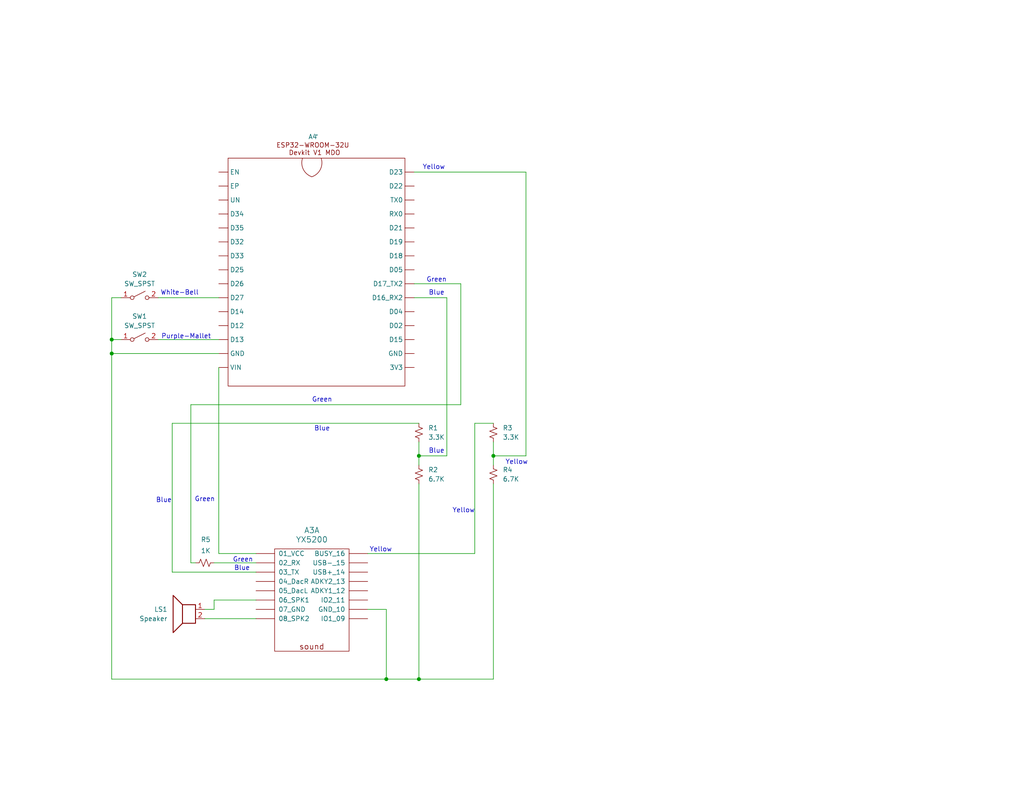
<source format=kicad_sch>
(kicad_sch (version 20250114) (generator "eeschema") (generator_version "9.0")
  (paper "USLetter")
  (title_block (title "Ring the Bell Prototypes") (date "2025-06-19") (company "https://github.com/Mark-MDO47/RingTheBell"))
  (lib_symbols
    (symbol "Device:R_Small_US" (pin_numbers (hide yes)) (pin_names (offset 0.254) (hide yes))
      (property "Reference" "R" (at 0.762 0.508 0))
      (property "Value" "R_Small_US" (at 0.762 -1.016 0))
      (symbol "R_Small_US_1_1"
        (pin passive line (at 0 2.54 270) (length 1.016) (name "~") (number "1"))
        (pin passive line (at 0 -2.54 90) (length 1.016) (name "~") (number "2"))
      )
    )
    (symbol "Device:Speaker" (pin_names (offset 0) (hide yes))
      (property "Reference" "LS" (at 1.27 5.715 0))
      (property "Value" "Speaker" (at 1.27 3.81 0))
      (symbol "Speaker_1_1"
        (pin input line (at -5.08 0 0) (length 2.54) (name "1") (number "1"))
        (pin input line (at -5.08 -2.54 0) (length 2.54) (name "2") (number "2"))
      )
    )
    (symbol "Switch:SW_SPST" (pin_names (offset 0) (hide yes))
      (property "Reference" "SW" (at 0 3.175 0))
      (property "Value" "SW_SPST" (at 0 -2.54 0))
      (symbol "SW_SPST_1_1"
        (pin passive line (at -5.08 0 0) (length 2.54) (name "A") (number "1"))
        (pin passive line (at 5.08 0 180) (length 2.54) (name "B") (number "2"))
      )
    )
    (symbol "YX5200_1" (pin_names (offset 1.016))
      (property "Reference" "A" (at 0 -2.54 0))
      (property "Value" "YX5200" (at 0 -5.08 0))
      (symbol "YX5200_1_0_0"
        (text "sound" (at 0 -7.62 0) (effects (font (size 1.524 1.524))))
      )
      (symbol "YX5200_1_1_1"
        (pin input line (at -15.24 17.78 0) (length 5.08) (name "01_VCC") (number "~"))
        (pin input line (at -15.24 15.24 0) (length 5.08) (name "02_RX") (number "~"))
        (pin input line (at -15.24 12.7 0) (length 5.08) (name "03_TX") (number "~"))
        (pin input line (at -15.24 10.16 0) (length 5.08) (name "04_DacR") (number "~"))
        (pin input line (at -15.24 7.62 0) (length 5.08) (name "05_DacL") (number "~"))
        (pin input line (at -15.24 5.08 0) (length 5.08) (name "06_SPK1") (number "~"))
        (pin input line (at -15.24 2.54 0) (length 5.08) (name "07_GND") (number "~"))
        (pin input line (at -15.24 0 0) (length 5.08) (name "08_SPK2") (number "~"))
        (pin input line (at 15.24 17.78 180) (length 5.08) (name "BUSY_16") (number "~"))
        (pin input line (at 15.24 15.24 180) (length 5.08) (name "USB-_15") (number "~"))
        (pin input line (at 15.24 12.7 180) (length 5.08) (name "USB+_14") (number "~"))
        (pin input line (at 15.24 10.16 180) (length 5.08) (name "ADKY2_13") (number "~"))
        (pin input line (at 15.24 7.62 180) (length 5.08) (name "ADKY1_12") (number "~"))
        (pin input line (at 15.24 5.08 180) (length 5.08) (name "IO2_11") (number "~"))
        (pin input line (at 15.24 2.54 180) (length 5.08) (name "GND_10") (number "~"))
        (pin input line (at 15.24 0 180) (length 5.08) (name "IO1_09") (number "~"))
      )
      (symbol "YX5200_1_2_1"
        (pin input line (at -15.24 17.78 0) (length 5.08) (name "01_VCC") (number "~"))
        (pin input line (at -15.24 15.24 0) (length 5.08) (name "02_RX") (number "~"))
        (pin input line (at -15.24 12.7 0) (length 5.08) (name "03_TX") (number "~"))
        (pin input line (at -15.24 10.16 0) (length 5.08) (name "04_DacR") (number "~"))
        (pin input line (at -15.24 7.62 0) (length 5.08) (name "05_DacL") (number "~"))
        (pin input line (at -15.24 5.08 0) (length 5.08) (name "06_SPK1") (number "~"))
        (pin input line (at -15.24 2.54 0) (length 5.08) (name "07_GND") (number "~"))
        (pin input line (at -15.24 0 0) (length 5.08) (name "08_SPK2") (number "~"))
        (pin input line (at 15.24 17.78 180) (length 5.08) (name "BUSY_16") (number "~"))
        (pin input line (at 15.24 15.24 180) (length 5.08) (name "USB-_15") (number "~"))
        (pin input line (at 15.24 12.7 180) (length 5.08) (name "USB+_14") (number "~"))
        (pin input line (at 15.24 10.16 180) (length 5.08) (name "ADKY2_13") (number "~"))
        (pin input line (at 15.24 7.62 180) (length 5.08) (name "ADKY1_12") (number "~"))
        (pin input line (at 15.24 5.08 180) (length 5.08) (name "IO2_11") (number "~"))
        (pin input line (at 15.24 2.54 180) (length 5.08) (name "GND_10") (number "~"))
        (pin input line (at 15.24 0 180) (length 5.08) (name "IO1_09") (number "~"))
      )
      (symbol "YX5200_1_3_1"
        (pin input line (at -15.24 17.78 0) (length 5.08) (name "01_VCC") (number "~"))
        (pin input line (at -15.24 15.24 0) (length 5.08) (name "02_RX") (number "~"))
        (pin input line (at -15.24 12.7 0) (length 5.08) (name "03_TX") (number "~"))
        (pin input line (at -15.24 10.16 0) (length 5.08) (name "04_DacR") (number "~"))
        (pin input line (at -15.24 7.62 0) (length 5.08) (name "05_DacL") (number "~"))
        (pin input line (at -15.24 5.08 0) (length 5.08) (name "06_SPK1") (number "~"))
        (pin input line (at -15.24 2.54 0) (length 5.08) (name "07_GND") (number "~"))
        (pin input line (at -15.24 0 0) (length 5.08) (name "08_SPK2") (number "~"))
        (pin input line (at 15.24 17.78 180) (length 5.08) (name "BUSY_16") (number "~"))
        (pin input line (at 15.24 15.24 180) (length 5.08) (name "USB-_15") (number "~"))
        (pin input line (at 15.24 12.7 180) (length 5.08) (name "USB+_14") (number "~"))
        (pin input line (at 15.24 10.16 180) (length 5.08) (name "ADKY2_13") (number "~"))
        (pin input line (at 15.24 7.62 180) (length 5.08) (name "ADKY1_12") (number "~"))
        (pin input line (at 15.24 5.08 180) (length 5.08) (name "IO2_11") (number "~"))
        (pin input line (at 15.24 2.54 180) (length 5.08) (name "GND_10") (number "~"))
        (pin input line (at 15.24 0 180) (length 5.08) (name "IO1_09") (number "~"))
      )
      (symbol "YX5200_1_4_1"
        (pin input line (at -15.24 17.78 0) (length 5.08) (name "01_VCC") (number "~"))
        (pin input line (at -15.24 15.24 0) (length 5.08) (name "02_RX") (number "~"))
        (pin input line (at -15.24 12.7 0) (length 5.08) (name "03_TX") (number "~"))
        (pin input line (at -15.24 10.16 0) (length 5.08) (name "04_DacR") (number "~"))
        (pin input line (at -15.24 7.62 0) (length 5.08) (name "05_DacL") (number "~"))
        (pin input line (at -15.24 5.08 0) (length 5.08) (name "06_SPK1") (number "~"))
        (pin input line (at -15.24 2.54 0) (length 5.08) (name "07_GND") (number "~"))
        (pin input line (at -15.24 0 0) (length 5.08) (name "08_SPK2") (number "~"))
        (pin input line (at 15.24 17.78 180) (length 5.08) (name "BUSY_16") (number "~"))
        (pin input line (at 15.24 15.24 180) (length 5.08) (name "USB-_15") (number "~"))
        (pin input line (at 15.24 12.7 180) (length 5.08) (name "USB+_14") (number "~"))
        (pin input line (at 15.24 10.16 180) (length 5.08) (name "ADKY2_13") (number "~"))
        (pin input line (at 15.24 7.62 180) (length 5.08) (name "ADKY1_12") (number "~"))
        (pin input line (at 15.24 5.08 180) (length 5.08) (name "IO2_11") (number "~"))
        (pin input line (at 15.24 2.54 180) (length 5.08) (name "GND_10") (number "~"))
        (pin input line (at 15.24 0 180) (length 5.08) (name "IO1_09") (number "~"))
      )
      (symbol "YX5200_1_5_1"
        (pin input line (at -15.24 17.78 0) (length 5.08) (name "01_VCC") (number "~"))
        (pin input line (at -15.24 15.24 0) (length 5.08) (name "02_RX") (number "~"))
        (pin input line (at -15.24 12.7 0) (length 5.08) (name "03_TX") (number "~"))
        (pin input line (at -15.24 10.16 0) (length 5.08) (name "04_DacR") (number "~"))
        (pin input line (at -15.24 7.62 0) (length 5.08) (name "05_DacL") (number "~"))
        (pin input line (at -15.24 5.08 0) (length 5.08) (name "06_SPK1") (number "~"))
        (pin input line (at -15.24 2.54 0) (length 5.08) (name "07_GND") (number "~"))
        (pin input line (at -15.24 0 0) (length 5.08) (name "08_SPK2") (number "~"))
        (pin input line (at 15.24 17.78 180) (length 5.08) (name "BUSY_16") (number "~"))
        (pin input line (at 15.24 15.24 180) (length 5.08) (name "USB-_15") (number "~"))
        (pin input line (at 15.24 12.7 180) (length 5.08) (name "USB+_14") (number "~"))
        (pin input line (at 15.24 10.16 180) (length 5.08) (name "ADKY2_13") (number "~"))
        (pin input line (at 15.24 7.62 180) (length 5.08) (name "ADKY1_12") (number "~"))
        (pin input line (at 15.24 5.08 180) (length 5.08) (name "IO2_11") (number "~"))
        (pin input line (at 15.24 2.54 180) (length 5.08) (name "GND_10") (number "~"))
        (pin input line (at 15.24 0 180) (length 5.08) (name "IO1_09") (number "~"))
      )
      (symbol "YX5200_1_6_1"
        (pin input line (at -15.24 17.78 0) (length 5.08) (name "01_VCC") (number "~"))
        (pin input line (at -15.24 15.24 0) (length 5.08) (name "02_RX") (number "~"))
        (pin input line (at -15.24 12.7 0) (length 5.08) (name "03_TX") (number "~"))
        (pin input line (at -15.24 10.16 0) (length 5.08) (name "04_DacR") (number "~"))
        (pin input line (at -15.24 7.62 0) (length 5.08) (name "05_DacL") (number "~"))
        (pin input line (at -15.24 5.08 0) (length 5.08) (name "06_SPK1") (number "~"))
        (pin input line (at -15.24 2.54 0) (length 5.08) (name "07_GND") (number "~"))
        (pin input line (at -15.24 0 0) (length 5.08) (name "08_SPK2") (number "~"))
        (pin input line (at 15.24 17.78 180) (length 5.08) (name "BUSY_16") (number "~"))
        (pin input line (at 15.24 15.24 180) (length 5.08) (name "USB-_15") (number "~"))
        (pin input line (at 15.24 12.7 180) (length 5.08) (name "USB+_14") (number "~"))
        (pin input line (at 15.24 10.16 180) (length 5.08) (name "ADKY2_13") (number "~"))
        (pin input line (at 15.24 7.62 180) (length 5.08) (name "ADKY1_12") (number "~"))
        (pin input line (at 15.24 5.08 180) (length 5.08) (name "IO2_11") (number "~"))
        (pin input line (at 15.24 2.54 180) (length 5.08) (name "GND_10") (number "~"))
        (pin input line (at 15.24 0 180) (length 5.08) (name "IO1_09") (number "~"))
      )
      (symbol "YX5200_1_7_1"
        (pin input line (at -15.24 17.78 0) (length 5.08) (name "01_VCC") (number "~"))
        (pin input line (at -15.24 15.24 0) (length 5.08) (name "02_RX") (number "~"))
        (pin input line (at -15.24 12.7 0) (length 5.08) (name "03_TX") (number "~"))
        (pin input line (at -15.24 10.16 0) (length 5.08) (name "04_DacR") (number "~"))
        (pin input line (at -15.24 7.62 0) (length 5.08) (name "05_DacL") (number "~"))
        (pin input line (at -15.24 5.08 0) (length 5.08) (name "06_SPK1") (number "~"))
        (pin input line (at -15.24 2.54 0) (length 5.08) (name "07_GND") (number "~"))
        (pin input line (at -15.24 0 0) (length 5.08) (name "08_SPK2") (number "~"))
        (pin input line (at 15.24 17.78 180) (length 5.08) (name "BUSY_16") (number "~"))
        (pin input line (at 15.24 15.24 180) (length 5.08) (name "USB-_15") (number "~"))
        (pin input line (at 15.24 12.7 180) (length 5.08) (name "USB+_14") (number "~"))
        (pin input line (at 15.24 10.16 180) (length 5.08) (name "ADKY2_13") (number "~"))
        (pin input line (at 15.24 7.62 180) (length 5.08) (name "ADKY1_12") (number "~"))
        (pin input line (at 15.24 5.08 180) (length 5.08) (name "IO2_11") (number "~"))
        (pin input line (at 15.24 2.54 180) (length 5.08) (name "GND_10") (number "~"))
        (pin input line (at 15.24 0 180) (length 5.08) (name "IO1_09") (number "~"))
      )
      (symbol "YX5200_1_8_1"
        (pin input line (at -15.24 17.78 0) (length 5.08) (name "01_VCC") (number "~"))
        (pin input line (at -15.24 15.24 0) (length 5.08) (name "02_RX") (number "~"))
        (pin input line (at -15.24 12.7 0) (length 5.08) (name "03_TX") (number "~"))
        (pin input line (at -15.24 10.16 0) (length 5.08) (name "04_DacR") (number "~"))
        (pin input line (at -15.24 7.62 0) (length 5.08) (name "05_DacL") (number "~"))
        (pin input line (at -15.24 5.08 0) (length 5.08) (name "06_SPK1") (number "~"))
        (pin input line (at -15.24 2.54 0) (length 5.08) (name "07_GND") (number "~"))
        (pin input line (at -15.24 0 0) (length 5.08) (name "08_SPK2") (number "~"))
        (pin input line (at 15.24 17.78 180) (length 5.08) (name "BUSY_16") (number "~"))
        (pin input line (at 15.24 15.24 180) (length 5.08) (name "USB-_15") (number "~"))
        (pin input line (at 15.24 12.7 180) (length 5.08) (name "USB+_14") (number "~"))
        (pin input line (at 15.24 10.16 180) (length 5.08) (name "ADKY2_13") (number "~"))
        (pin input line (at 15.24 7.62 180) (length 5.08) (name "ADKY1_12") (number "~"))
        (pin input line (at 15.24 5.08 180) (length 5.08) (name "IO2_11") (number "~"))
        (pin input line (at 15.24 2.54 180) (length 5.08) (name "GND_10") (number "~"))
        (pin input line (at 15.24 0 180) (length 5.08) (name "IO1_09") (number "~"))
      )
      (symbol "YX5200_1_9_1"
        (pin input line (at -15.24 17.78 0) (length 5.08) (name "01_VCC") (number "~"))
        (pin input line (at -15.24 15.24 0) (length 5.08) (name "02_RX") (number "~"))
        (pin input line (at -15.24 12.7 0) (length 5.08) (name "03_TX") (number "~"))
        (pin input line (at -15.24 10.16 0) (length 5.08) (name "04_DacR") (number "~"))
        (pin input line (at -15.24 7.62 0) (length 5.08) (name "05_DacL") (number "~"))
        (pin input line (at -15.24 5.08 0) (length 5.08) (name "06_SPK1") (number "~"))
        (pin input line (at -15.24 2.54 0) (length 5.08) (name "07_GND") (number "~"))
        (pin input line (at -15.24 0 0) (length 5.08) (name "08_SPK2") (number "~"))
        (pin input line (at 15.24 17.78 180) (length 5.08) (name "BUSY_16") (number "~"))
        (pin input line (at 15.24 15.24 180) (length 5.08) (name "USB-_15") (number "~"))
        (pin input line (at 15.24 12.7 180) (length 5.08) (name "USB+_14") (number "~"))
        (pin input line (at 15.24 10.16 180) (length 5.08) (name "ADKY2_13") (number "~"))
        (pin input line (at 15.24 7.62 180) (length 5.08) (name "ADKY1_12") (number "~"))
        (pin input line (at 15.24 5.08 180) (length 5.08) (name "IO2_11") (number "~"))
        (pin input line (at 15.24 2.54 180) (length 5.08) (name "GND_10") (number "~"))
        (pin input line (at 15.24 0 180) (length 5.08) (name "IO1_09") (number "~"))
      )
      (symbol "YX5200_1_10_1"
        (pin input line (at -15.24 17.78 0) (length 5.08) (name "01_VCC") (number "~"))
        (pin input line (at -15.24 15.24 0) (length 5.08) (name "02_RX") (number "~"))
        (pin input line (at -15.24 12.7 0) (length 5.08) (name "03_TX") (number "~"))
        (pin input line (at -15.24 10.16 0) (length 5.08) (name "04_DacR") (number "~"))
        (pin input line (at -15.24 7.62 0) (length 5.08) (name "05_DacL") (number "~"))
        (pin input line (at -15.24 5.08 0) (length 5.08) (name "06_SPK1") (number "~"))
        (pin input line (at -15.24 2.54 0) (length 5.08) (name "07_GND") (number "~"))
        (pin input line (at -15.24 0 0) (length 5.08) (name "08_SPK2") (number "~"))
        (pin input line (at 15.24 17.78 180) (length 5.08) (name "BUSY_16") (number "~"))
        (pin input line (at 15.24 15.24 180) (length 5.08) (name "USB-_15") (number "~"))
        (pin input line (at 15.24 12.7 180) (length 5.08) (name "USB+_14") (number "~"))
        (pin input line (at 15.24 10.16 180) (length 5.08) (name "ADKY2_13") (number "~"))
        (pin input line (at 15.24 7.62 180) (length 5.08) (name "ADKY1_12") (number "~"))
        (pin input line (at 15.24 5.08 180) (length 5.08) (name "IO2_11") (number "~"))
        (pin input line (at 15.24 2.54 180) (length 5.08) (name "GND_10") (number "~"))
        (pin input line (at 15.24 0 180) (length 5.08) (name "IO1_09") (number "~"))
      )
      (symbol "YX5200_1_11_1"
        (pin input line (at -15.24 17.78 0) (length 5.08) (name "01_VCC") (number "~"))
        (pin input line (at -15.24 15.24 0) (length 5.08) (name "02_RX") (number "~"))
        (pin input line (at -15.24 12.7 0) (length 5.08) (name "03_TX") (number "~"))
        (pin input line (at -15.24 10.16 0) (length 5.08) (name "04_DacR") (number "~"))
        (pin input line (at -15.24 7.62 0) (length 5.08) (name "05_DacL") (number "~"))
        (pin input line (at -15.24 5.08 0) (length 5.08) (name "06_SPK1") (number "~"))
        (pin input line (at -15.24 2.54 0) (length 5.08) (name "07_GND") (number "~"))
        (pin input line (at -15.24 0 0) (length 5.08) (name "08_SPK2") (number "~"))
        (pin input line (at 15.24 17.78 180) (length 5.08) (name "BUSY_16") (number "~"))
        (pin input line (at 15.24 15.24 180) (length 5.08) (name "USB-_15") (number "~"))
        (pin input line (at 15.24 12.7 180) (length 5.08) (name "USB+_14") (number "~"))
        (pin input line (at 15.24 10.16 180) (length 5.08) (name "ADKY2_13") (number "~"))
        (pin input line (at 15.24 7.62 180) (length 5.08) (name "ADKY1_12") (number "~"))
        (pin input line (at 15.24 5.08 180) (length 5.08) (name "IO2_11") (number "~"))
        (pin input line (at 15.24 2.54 180) (length 5.08) (name "GND_10") (number "~"))
        (pin input line (at 15.24 0 180) (length 5.08) (name "IO1_09") (number "~"))
      )
      (symbol "YX5200_1_12_1"
        (pin input line (at -15.24 17.78 0) (length 5.08) (name "01_VCC") (number "~"))
        (pin input line (at -15.24 15.24 0) (length 5.08) (name "02_RX") (number "~"))
        (pin input line (at -15.24 12.7 0) (length 5.08) (name "03_TX") (number "~"))
        (pin input line (at -15.24 10.16 0) (length 5.08) (name "04_DacR") (number "~"))
        (pin input line (at -15.24 7.62 0) (length 5.08) (name "05_DacL") (number "~"))
        (pin input line (at -15.24 5.08 0) (length 5.08) (name "06_SPK1") (number "~"))
        (pin input line (at -15.24 2.54 0) (length 5.08) (name "07_GND") (number "~"))
        (pin input line (at -15.24 0 0) (length 5.08) (name "08_SPK2") (number "~"))
        (pin input line (at 15.24 17.78 180) (length 5.08) (name "BUSY_16") (number "~"))
        (pin input line (at 15.24 15.24 180) (length 5.08) (name "USB-_15") (number "~"))
        (pin input line (at 15.24 12.7 180) (length 5.08) (name "USB+_14") (number "~"))
        (pin input line (at 15.24 10.16 180) (length 5.08) (name "ADKY2_13") (number "~"))
        (pin input line (at 15.24 7.62 180) (length 5.08) (name "ADKY1_12") (number "~"))
        (pin input line (at 15.24 5.08 180) (length 5.08) (name "IO2_11") (number "~"))
        (pin input line (at 15.24 2.54 180) (length 5.08) (name "GND_10") (number "~"))
        (pin input line (at 15.24 0 180) (length 5.08) (name "IO1_09") (number "~"))
      )
      (symbol "YX5200_1_13_1"
        (pin input line (at -15.24 17.78 0) (length 5.08) (name "01_VCC") (number "~"))
        (pin input line (at -15.24 15.24 0) (length 5.08) (name "02_RX") (number "~"))
        (pin input line (at -15.24 12.7 0) (length 5.08) (name "03_TX") (number "~"))
        (pin input line (at -15.24 10.16 0) (length 5.08) (name "04_DacR") (number "~"))
        (pin input line (at -15.24 7.62 0) (length 5.08) (name "05_DacL") (number "~"))
        (pin input line (at -15.24 5.08 0) (length 5.08) (name "06_SPK1") (number "~"))
        (pin input line (at -15.24 2.54 0) (length 5.08) (name "07_GND") (number "~"))
        (pin input line (at -15.24 0 0) (length 5.08) (name "08_SPK2") (number "~"))
        (pin input line (at 15.24 17.78 180) (length 5.08) (name "BUSY_16") (number "~"))
        (pin input line (at 15.24 15.24 180) (length 5.08) (name "USB-_15") (number "~"))
        (pin input line (at 15.24 12.7 180) (length 5.08) (name "USB+_14") (number "~"))
        (pin input line (at 15.24 10.16 180) (length 5.08) (name "ADKY2_13") (number "~"))
        (pin input line (at 15.24 7.62 180) (length 5.08) (name "ADKY1_12") (number "~"))
        (pin input line (at 15.24 5.08 180) (length 5.08) (name "IO2_11") (number "~"))
        (pin input line (at 15.24 2.54 180) (length 5.08) (name "GND_10") (number "~"))
        (pin input line (at 15.24 0 180) (length 5.08) (name "IO1_09") (number "~"))
      )
      (symbol "YX5200_1_14_1"
        (pin input line (at -15.24 17.78 0) (length 5.08) (name "01_VCC") (number "~"))
        (pin input line (at -15.24 15.24 0) (length 5.08) (name "02_RX") (number "~"))
        (pin input line (at -15.24 12.7 0) (length 5.08) (name "03_TX") (number "~"))
        (pin input line (at -15.24 10.16 0) (length 5.08) (name "04_DacR") (number "~"))
        (pin input line (at -15.24 7.62 0) (length 5.08) (name "05_DacL") (number "~"))
        (pin input line (at -15.24 5.08 0) (length 5.08) (name "06_SPK1") (number "~"))
        (pin input line (at -15.24 2.54 0) (length 5.08) (name "07_GND") (number "~"))
        (pin input line (at -15.24 0 0) (length 5.08) (name "08_SPK2") (number "~"))
        (pin input line (at 15.24 17.78 180) (length 5.08) (name "BUSY_16") (number "~"))
        (pin input line (at 15.24 15.24 180) (length 5.08) (name "USB-_15") (number "~"))
        (pin input line (at 15.24 12.7 180) (length 5.08) (name "USB+_14") (number "~"))
        (pin input line (at 15.24 10.16 180) (length 5.08) (name "ADKY2_13") (number "~"))
        (pin input line (at 15.24 7.62 180) (length 5.08) (name "ADKY1_12") (number "~"))
        (pin input line (at 15.24 5.08 180) (length 5.08) (name "IO2_11") (number "~"))
        (pin input line (at 15.24 2.54 180) (length 5.08) (name "GND_10") (number "~"))
        (pin input line (at 15.24 0 180) (length 5.08) (name "IO1_09") (number "~"))
      )
      (symbol "YX5200_1_15_1"
        (pin input line (at -15.24 17.78 0) (length 5.08) (name "01_VCC") (number "~"))
        (pin input line (at -15.24 15.24 0) (length 5.08) (name "02_RX") (number "~"))
        (pin input line (at -15.24 12.7 0) (length 5.08) (name "03_TX") (number "~"))
        (pin input line (at -15.24 10.16 0) (length 5.08) (name "04_DacR") (number "~"))
        (pin input line (at -15.24 7.62 0) (length 5.08) (name "05_DacL") (number "~"))
        (pin input line (at -15.24 5.08 0) (length 5.08) (name "06_SPK1") (number "~"))
        (pin input line (at -15.24 2.54 0) (length 5.08) (name "07_GND") (number "~"))
        (pin input line (at -15.24 0 0) (length 5.08) (name "08_SPK2") (number "~"))
        (pin input line (at 15.24 17.78 180) (length 5.08) (name "BUSY_16") (number "~"))
        (pin input line (at 15.24 15.24 180) (length 5.08) (name "USB-_15") (number "~"))
        (pin input line (at 15.24 12.7 180) (length 5.08) (name "USB+_14") (number "~"))
        (pin input line (at 15.24 10.16 180) (length 5.08) (name "ADKY2_13") (number "~"))
        (pin input line (at 15.24 7.62 180) (length 5.08) (name "ADKY1_12") (number "~"))
        (pin input line (at 15.24 5.08 180) (length 5.08) (name "IO2_11") (number "~"))
        (pin input line (at 15.24 2.54 180) (length 5.08) (name "GND_10") (number "~"))
        (pin input line (at 15.24 0 180) (length 5.08) (name "IO1_09") (number "~"))
      )
      (symbol "YX5200_1_16_1"
        (pin input line (at -15.24 17.78 0) (length 5.08) (name "01_VCC") (number "~"))
        (pin input line (at -15.24 15.24 0) (length 5.08) (name "02_RX") (number "~"))
        (pin input line (at -15.24 12.7 0) (length 5.08) (name "03_TX") (number "~"))
        (pin input line (at -15.24 10.16 0) (length 5.08) (name "04_DacR") (number "~"))
        (pin input line (at -15.24 7.62 0) (length 5.08) (name "05_DacL") (number "~"))
        (pin input line (at -15.24 5.08 0) (length 5.08) (name "06_SPK1") (number "~"))
        (pin input line (at -15.24 2.54 0) (length 5.08) (name "07_GND") (number "~"))
        (pin input line (at -15.24 0 0) (length 5.08) (name "08_SPK2") (number "~"))
        (pin input line (at 15.24 17.78 180) (length 5.08) (name "BUSY_16") (number "~"))
        (pin input line (at 15.24 15.24 180) (length 5.08) (name "USB-_15") (number "~"))
        (pin input line (at 15.24 12.7 180) (length 5.08) (name "USB+_14") (number "~"))
        (pin input line (at 15.24 10.16 180) (length 5.08) (name "ADKY2_13") (number "~"))
        (pin input line (at 15.24 7.62 180) (length 5.08) (name "ADKY1_12") (number "~"))
        (pin input line (at 15.24 5.08 180) (length 5.08) (name "IO2_11") (number "~"))
        (pin input line (at 15.24 2.54 180) (length 5.08) (name "GND_10") (number "~"))
        (pin input line (at 15.24 0 180) (length 5.08) (name "IO1_09") (number "~"))
      )
      (symbol "YX5200_1_17_1"
        (pin input line (at -15.24 17.78 0) (length 5.08) (name "01_VCC") (number "~"))
        (pin input line (at -15.24 15.24 0) (length 5.08) (name "02_RX") (number "~"))
        (pin input line (at -15.24 12.7 0) (length 5.08) (name "03_TX") (number "~"))
        (pin input line (at -15.24 10.16 0) (length 5.08) (name "04_DacR") (number "~"))
        (pin input line (at -15.24 7.62 0) (length 5.08) (name "05_DacL") (number "~"))
        (pin input line (at -15.24 5.08 0) (length 5.08) (name "06_SPK1") (number "~"))
        (pin input line (at -15.24 2.54 0) (length 5.08) (name "07_GND") (number "~"))
        (pin input line (at -15.24 0 0) (length 5.08) (name "08_SPK2") (number "~"))
        (pin input line (at 15.24 17.78 180) (length 5.08) (name "BUSY_16") (number "~"))
        (pin input line (at 15.24 15.24 180) (length 5.08) (name "USB-_15") (number "~"))
        (pin input line (at 15.24 12.7 180) (length 5.08) (name "USB+_14") (number "~"))
        (pin input line (at 15.24 10.16 180) (length 5.08) (name "ADKY2_13") (number "~"))
        (pin input line (at 15.24 7.62 180) (length 5.08) (name "ADKY1_12") (number "~"))
        (pin input line (at 15.24 5.08 180) (length 5.08) (name "IO2_11") (number "~"))
        (pin input line (at 15.24 2.54 180) (length 5.08) (name "GND_10") (number "~"))
        (pin input line (at 15.24 0 180) (length 5.08) (name "IO1_09") (number "~"))
      )
      (symbol "YX5200_1_18_1"
        (pin input line (at -15.24 17.78 0) (length 5.08) (name "01_VCC") (number "~"))
        (pin input line (at -15.24 15.24 0) (length 5.08) (name "02_RX") (number "~"))
        (pin input line (at -15.24 12.7 0) (length 5.08) (name "03_TX") (number "~"))
        (pin input line (at -15.24 10.16 0) (length 5.08) (name "04_DacR") (number "~"))
        (pin input line (at -15.24 7.62 0) (length 5.08) (name "05_DacL") (number "~"))
        (pin input line (at -15.24 5.08 0) (length 5.08) (name "06_SPK1") (number "~"))
        (pin input line (at -15.24 2.54 0) (length 5.08) (name "07_GND") (number "~"))
        (pin input line (at -15.24 0 0) (length 5.08) (name "08_SPK2") (number "~"))
        (pin input line (at 15.24 17.78 180) (length 5.08) (name "BUSY_16") (number "~"))
        (pin input line (at 15.24 15.24 180) (length 5.08) (name "USB-_15") (number "~"))
        (pin input line (at 15.24 12.7 180) (length 5.08) (name "USB+_14") (number "~"))
        (pin input line (at 15.24 10.16 180) (length 5.08) (name "ADKY2_13") (number "~"))
        (pin input line (at 15.24 7.62 180) (length 5.08) (name "ADKY1_12") (number "~"))
        (pin input line (at 15.24 5.08 180) (length 5.08) (name "IO2_11") (number "~"))
        (pin input line (at 15.24 2.54 180) (length 5.08) (name "GND_10") (number "~"))
        (pin input line (at 15.24 0 180) (length 5.08) (name "IO1_09") (number "~"))
      )
      (symbol "YX5200_1_19_1"
        (pin input line (at -15.24 17.78 0) (length 5.08) (name "01_VCC") (number "~"))
        (pin input line (at -15.24 15.24 0) (length 5.08) (name "02_RX") (number "~"))
        (pin input line (at -15.24 12.7 0) (length 5.08) (name "03_TX") (number "~"))
        (pin input line (at -15.24 10.16 0) (length 5.08) (name "04_DacR") (number "~"))
        (pin input line (at -15.24 7.62 0) (length 5.08) (name "05_DacL") (number "~"))
        (pin input line (at -15.24 5.08 0) (length 5.08) (name "06_SPK1") (number "~"))
        (pin input line (at -15.24 2.54 0) (length 5.08) (name "07_GND") (number "~"))
        (pin input line (at -15.24 0 0) (length 5.08) (name "08_SPK2") (number "~"))
        (pin input line (at 15.24 17.78 180) (length 5.08) (name "BUSY_16") (number "~"))
        (pin input line (at 15.24 15.24 180) (length 5.08) (name "USB-_15") (number "~"))
        (pin input line (at 15.24 12.7 180) (length 5.08) (name "USB+_14") (number "~"))
        (pin input line (at 15.24 10.16 180) (length 5.08) (name "ADKY2_13") (number "~"))
        (pin input line (at 15.24 7.62 180) (length 5.08) (name "ADKY1_12") (number "~"))
        (pin input line (at 15.24 5.08 180) (length 5.08) (name "IO2_11") (number "~"))
        (pin input line (at 15.24 2.54 180) (length 5.08) (name "GND_10") (number "~"))
        (pin input line (at 15.24 0 180) (length 5.08) (name "IO1_09") (number "~"))
      )
      (symbol "YX5200_1_20_1"
        (pin input line (at -15.24 17.78 0) (length 5.08) (name "01_VCC") (number "~"))
        (pin input line (at -15.24 15.24 0) (length 5.08) (name "02_RX") (number "~"))
        (pin input line (at -15.24 12.7 0) (length 5.08) (name "03_TX") (number "~"))
        (pin input line (at -15.24 10.16 0) (length 5.08) (name "04_DacR") (number "~"))
        (pin input line (at -15.24 7.62 0) (length 5.08) (name "05_DacL") (number "~"))
        (pin input line (at -15.24 5.08 0) (length 5.08) (name "06_SPK1") (number "~"))
        (pin input line (at -15.24 2.54 0) (length 5.08) (name "07_GND") (number "~"))
        (pin input line (at -15.24 0 0) (length 5.08) (name "08_SPK2") (number "~"))
        (pin input line (at 15.24 17.78 180) (length 5.08) (name "BUSY_16") (number "~"))
        (pin input line (at 15.24 15.24 180) (length 5.08) (name "USB-_15") (number "~"))
        (pin input line (at 15.24 12.7 180) (length 5.08) (name "USB+_14") (number "~"))
        (pin input line (at 15.24 10.16 180) (length 5.08) (name "ADKY2_13") (number "~"))
        (pin input line (at 15.24 7.62 180) (length 5.08) (name "ADKY1_12") (number "~"))
        (pin input line (at 15.24 5.08 180) (length 5.08) (name "IO2_11") (number "~"))
        (pin input line (at 15.24 2.54 180) (length 5.08) (name "GND_10") (number "~"))
        (pin input line (at 15.24 0 180) (length 5.08) (name "IO1_09") (number "~"))
      )
      (symbol "YX5200_1_21_1"
        (pin input line (at -15.24 17.78 0) (length 5.08) (name "01_VCC") (number "~"))
        (pin input line (at -15.24 15.24 0) (length 5.08) (name "02_RX") (number "~"))
        (pin input line (at -15.24 12.7 0) (length 5.08) (name "03_TX") (number "~"))
        (pin input line (at -15.24 10.16 0) (length 5.08) (name "04_DacR") (number "~"))
        (pin input line (at -15.24 7.62 0) (length 5.08) (name "05_DacL") (number "~"))
        (pin input line (at -15.24 5.08 0) (length 5.08) (name "06_SPK1") (number "~"))
        (pin input line (at -15.24 2.54 0) (length 5.08) (name "07_GND") (number "~"))
        (pin input line (at -15.24 0 0) (length 5.08) (name "08_SPK2") (number "~"))
        (pin input line (at 15.24 17.78 180) (length 5.08) (name "BUSY_16") (number "~"))
        (pin input line (at 15.24 15.24 180) (length 5.08) (name "USB-_15") (number "~"))
        (pin input line (at 15.24 12.7 180) (length 5.08) (name "USB+_14") (number "~"))
        (pin input line (at 15.24 10.16 180) (length 5.08) (name "ADKY2_13") (number "~"))
        (pin input line (at 15.24 7.62 180) (length 5.08) (name "ADKY1_12") (number "~"))
        (pin input line (at 15.24 5.08 180) (length 5.08) (name "IO2_11") (number "~"))
        (pin input line (at 15.24 2.54 180) (length 5.08) (name "GND_10") (number "~"))
        (pin input line (at 15.24 0 180) (length 5.08) (name "IO1_09") (number "~"))
      )
      (symbol "YX5200_1_22_1"
        (pin input line (at -15.24 17.78 0) (length 5.08) (name "01_VCC") (number "~"))
        (pin input line (at -15.24 15.24 0) (length 5.08) (name "02_RX") (number "~"))
        (pin input line (at -15.24 12.7 0) (length 5.08) (name "03_TX") (number "~"))
        (pin input line (at -15.24 10.16 0) (length 5.08) (name "04_DacR") (number "~"))
        (pin input line (at -15.24 7.62 0) (length 5.08) (name "05_DacL") (number "~"))
        (pin input line (at -15.24 5.08 0) (length 5.08) (name "06_SPK1") (number "~"))
        (pin input line (at -15.24 2.54 0) (length 5.08) (name "07_GND") (number "~"))
        (pin input line (at -15.24 0 0) (length 5.08) (name "08_SPK2") (number "~"))
        (pin input line (at 15.24 17.78 180) (length 5.08) (name "BUSY_16") (number "~"))
        (pin input line (at 15.24 15.24 180) (length 5.08) (name "USB-_15") (number "~"))
        (pin input line (at 15.24 12.7 180) (length 5.08) (name "USB+_14") (number "~"))
        (pin input line (at 15.24 10.16 180) (length 5.08) (name "ADKY2_13") (number "~"))
        (pin input line (at 15.24 7.62 180) (length 5.08) (name "ADKY1_12") (number "~"))
        (pin input line (at 15.24 5.08 180) (length 5.08) (name "IO2_11") (number "~"))
        (pin input line (at 15.24 2.54 180) (length 5.08) (name "GND_10") (number "~"))
        (pin input line (at 15.24 0 180) (length 5.08) (name "IO1_09") (number "~"))
      )
      (symbol "YX5200_1_23_1"
        (pin input line (at -15.24 17.78 0) (length 5.08) (name "01_VCC") (number "~"))
        (pin input line (at -15.24 15.24 0) (length 5.08) (name "02_RX") (number "~"))
        (pin input line (at -15.24 12.7 0) (length 5.08) (name "03_TX") (number "~"))
        (pin input line (at -15.24 10.16 0) (length 5.08) (name "04_DacR") (number "~"))
        (pin input line (at -15.24 7.62 0) (length 5.08) (name "05_DacL") (number "~"))
        (pin input line (at -15.24 5.08 0) (length 5.08) (name "06_SPK1") (number "~"))
        (pin input line (at -15.24 2.54 0) (length 5.08) (name "07_GND") (number "~"))
        (pin input line (at -15.24 0 0) (length 5.08) (name "08_SPK2") (number "~"))
        (pin input line (at 15.24 17.78 180) (length 5.08) (name "BUSY_16") (number "~"))
        (pin input line (at 15.24 15.24 180) (length 5.08) (name "USB-_15") (number "~"))
        (pin input line (at 15.24 12.7 180) (length 5.08) (name "USB+_14") (number "~"))
        (pin input line (at 15.24 10.16 180) (length 5.08) (name "ADKY2_13") (number "~"))
        (pin input line (at 15.24 7.62 180) (length 5.08) (name "ADKY1_12") (number "~"))
        (pin input line (at 15.24 5.08 180) (length 5.08) (name "IO2_11") (number "~"))
        (pin input line (at 15.24 2.54 180) (length 5.08) (name "GND_10") (number "~"))
        (pin input line (at 15.24 0 180) (length 5.08) (name "IO1_09") (number "~"))
      )
      (symbol "YX5200_1_24_1"
        (pin input line (at -15.24 17.78 0) (length 5.08) (name "01_VCC") (number "~"))
        (pin input line (at -15.24 15.24 0) (length 5.08) (name "02_RX") (number "~"))
        (pin input line (at -15.24 12.7 0) (length 5.08) (name "03_TX") (number "~"))
        (pin input line (at -15.24 10.16 0) (length 5.08) (name "04_DacR") (number "~"))
        (pin input line (at -15.24 7.62 0) (length 5.08) (name "05_DacL") (number "~"))
        (pin input line (at -15.24 5.08 0) (length 5.08) (name "06_SPK1") (number "~"))
        (pin input line (at -15.24 2.54 0) (length 5.08) (name "07_GND") (number "~"))
        (pin input line (at -15.24 0 0) (length 5.08) (name "08_SPK2") (number "~"))
        (pin input line (at 15.24 17.78 180) (length 5.08) (name "BUSY_16") (number "~"))
        (pin input line (at 15.24 15.24 180) (length 5.08) (name "USB-_15") (number "~"))
        (pin input line (at 15.24 12.7 180) (length 5.08) (name "USB+_14") (number "~"))
        (pin input line (at 15.24 10.16 180) (length 5.08) (name "ADKY2_13") (number "~"))
        (pin input line (at 15.24 7.62 180) (length 5.08) (name "ADKY1_12") (number "~"))
        (pin input line (at 15.24 5.08 180) (length 5.08) (name "IO2_11") (number "~"))
        (pin input line (at 15.24 2.54 180) (length 5.08) (name "GND_10") (number "~"))
        (pin input line (at 15.24 0 180) (length 5.08) (name "IO1_09") (number "~"))
      )
      (symbol "YX5200_1_25_1"
        (pin input line (at -15.24 17.78 0) (length 5.08) (name "01_VCC") (number "~"))
        (pin input line (at -15.24 15.24 0) (length 5.08) (name "02_RX") (number "~"))
        (pin input line (at -15.24 12.7 0) (length 5.08) (name "03_TX") (number "~"))
        (pin input line (at -15.24 10.16 0) (length 5.08) (name "04_DacR") (number "~"))
        (pin input line (at -15.24 7.62 0) (length 5.08) (name "05_DacL") (number "~"))
        (pin input line (at -15.24 5.08 0) (length 5.08) (name "06_SPK1") (number "~"))
        (pin input line (at -15.24 2.54 0) (length 5.08) (name "07_GND") (number "~"))
        (pin input line (at -15.24 0 0) (length 5.08) (name "08_SPK2") (number "~"))
        (pin input line (at 15.24 17.78 180) (length 5.08) (name "BUSY_16") (number "~"))
        (pin input line (at 15.24 15.24 180) (length 5.08) (name "USB-_15") (number "~"))
        (pin input line (at 15.24 12.7 180) (length 5.08) (name "USB+_14") (number "~"))
        (pin input line (at 15.24 10.16 180) (length 5.08) (name "ADKY2_13") (number "~"))
        (pin input line (at 15.24 7.62 180) (length 5.08) (name "ADKY1_12") (number "~"))
        (pin input line (at 15.24 5.08 180) (length 5.08) (name "IO2_11") (number "~"))
        (pin input line (at 15.24 2.54 180) (length 5.08) (name "GND_10") (number "~"))
        (pin input line (at 15.24 0 180) (length 5.08) (name "IO1_09") (number "~"))
      )
      (symbol "YX5200_1_26_1"
        (pin input line (at -15.24 17.78 0) (length 5.08) (name "01_VCC") (number "~"))
        (pin input line (at -15.24 15.24 0) (length 5.08) (name "02_RX") (number "~"))
        (pin input line (at -15.24 12.7 0) (length 5.08) (name "03_TX") (number "~"))
        (pin input line (at -15.24 10.16 0) (length 5.08) (name "04_DacR") (number "~"))
        (pin input line (at -15.24 7.62 0) (length 5.08) (name "05_DacL") (number "~"))
        (pin input line (at -15.24 5.08 0) (length 5.08) (name "06_SPK1") (number "~"))
        (pin input line (at -15.24 2.54 0) (length 5.08) (name "07_GND") (number "~"))
        (pin input line (at -15.24 0 0) (length 5.08) (name "08_SPK2") (number "~"))
        (pin input line (at 15.24 17.78 180) (length 5.08) (name "BUSY_16") (number "~"))
        (pin input line (at 15.24 15.24 180) (length 5.08) (name "USB-_15") (number "~"))
        (pin input line (at 15.24 12.7 180) (length 5.08) (name "USB+_14") (number "~"))
        (pin input line (at 15.24 10.16 180) (length 5.08) (name "ADKY2_13") (number "~"))
        (pin input line (at 15.24 7.62 180) (length 5.08) (name "ADKY1_12") (number "~"))
        (pin input line (at 15.24 5.08 180) (length 5.08) (name "IO2_11") (number "~"))
        (pin input line (at 15.24 2.54 180) (length 5.08) (name "GND_10") (number "~"))
        (pin input line (at 15.24 0 180) (length 5.08) (name "IO1_09") (number "~"))
      )
      (symbol "YX5200_1_27_1"
        (pin input line (at -15.24 17.78 0) (length 5.08) (name "01_VCC") (number "~"))
        (pin input line (at -15.24 15.24 0) (length 5.08) (name "02_RX") (number "~"))
        (pin input line (at -15.24 12.7 0) (length 5.08) (name "03_TX") (number "~"))
        (pin input line (at -15.24 10.16 0) (length 5.08) (name "04_DacR") (number "~"))
        (pin input line (at -15.24 7.62 0) (length 5.08) (name "05_DacL") (number "~"))
        (pin input line (at -15.24 5.08 0) (length 5.08) (name "06_SPK1") (number "~"))
        (pin input line (at -15.24 2.54 0) (length 5.08) (name "07_GND") (number "~"))
        (pin input line (at -15.24 0 0) (length 5.08) (name "08_SPK2") (number "~"))
        (pin input line (at 15.24 17.78 180) (length 5.08) (name "BUSY_16") (number "~"))
        (pin input line (at 15.24 15.24 180) (length 5.08) (name "USB-_15") (number "~"))
        (pin input line (at 15.24 12.7 180) (length 5.08) (name "USB+_14") (number "~"))
        (pin input line (at 15.24 10.16 180) (length 5.08) (name "ADKY2_13") (number "~"))
        (pin input line (at 15.24 7.62 180) (length 5.08) (name "ADKY1_12") (number "~"))
        (pin input line (at 15.24 5.08 180) (length 5.08) (name "IO2_11") (number "~"))
        (pin input line (at 15.24 2.54 180) (length 5.08) (name "GND_10") (number "~"))
        (pin input line (at 15.24 0 180) (length 5.08) (name "IO1_09") (number "~"))
      )
      (symbol "YX5200_1_28_1"
        (pin input line (at -15.24 17.78 0) (length 5.08) (name "01_VCC") (number "~"))
        (pin input line (at -15.24 15.24 0) (length 5.08) (name "02_RX") (number "~"))
        (pin input line (at -15.24 12.7 0) (length 5.08) (name "03_TX") (number "~"))
        (pin input line (at -15.24 10.16 0) (length 5.08) (name "04_DacR") (number "~"))
        (pin input line (at -15.24 7.62 0) (length 5.08) (name "05_DacL") (number "~"))
        (pin input line (at -15.24 5.08 0) (length 5.08) (name "06_SPK1") (number "~"))
        (pin input line (at -15.24 2.54 0) (length 5.08) (name "07_GND") (number "~"))
        (pin input line (at -15.24 0 0) (length 5.08) (name "08_SPK2") (number "~"))
        (pin input line (at 15.24 17.78 180) (length 5.08) (name "BUSY_16") (number "~"))
        (pin input line (at 15.24 15.24 180) (length 5.08) (name "USB-_15") (number "~"))
        (pin input line (at 15.24 12.7 180) (length 5.08) (name "USB+_14") (number "~"))
        (pin input line (at 15.24 10.16 180) (length 5.08) (name "ADKY2_13") (number "~"))
        (pin input line (at 15.24 7.62 180) (length 5.08) (name "ADKY1_12") (number "~"))
        (pin input line (at 15.24 5.08 180) (length 5.08) (name "IO2_11") (number "~"))
        (pin input line (at 15.24 2.54 180) (length 5.08) (name "GND_10") (number "~"))
        (pin input line (at 15.24 0 180) (length 5.08) (name "IO1_09") (number "~"))
      )
      (symbol "YX5200_1_29_1"
        (pin input line (at -15.24 17.78 0) (length 5.08) (name "01_VCC") (number "~"))
        (pin input line (at -15.24 15.24 0) (length 5.08) (name "02_RX") (number "~"))
        (pin input line (at -15.24 12.7 0) (length 5.08) (name "03_TX") (number "~"))
        (pin input line (at -15.24 10.16 0) (length 5.08) (name "04_DacR") (number "~"))
        (pin input line (at -15.24 7.62 0) (length 5.08) (name "05_DacL") (number "~"))
        (pin input line (at -15.24 5.08 0) (length 5.08) (name "06_SPK1") (number "~"))
        (pin input line (at -15.24 2.54 0) (length 5.08) (name "07_GND") (number "~"))
        (pin input line (at -15.24 0 0) (length 5.08) (name "08_SPK2") (number "~"))
        (pin input line (at 15.24 17.78 180) (length 5.08) (name "BUSY_16") (number "~"))
        (pin input line (at 15.24 15.24 180) (length 5.08) (name "USB-_15") (number "~"))
        (pin input line (at 15.24 12.7 180) (length 5.08) (name "USB+_14") (number "~"))
        (pin input line (at 15.24 10.16 180) (length 5.08) (name "ADKY2_13") (number "~"))
        (pin input line (at 15.24 7.62 180) (length 5.08) (name "ADKY1_12") (number "~"))
        (pin input line (at 15.24 5.08 180) (length 5.08) (name "IO2_11") (number "~"))
        (pin input line (at 15.24 2.54 180) (length 5.08) (name "GND_10") (number "~"))
        (pin input line (at 15.24 0 180) (length 5.08) (name "IO1_09") (number "~"))
      )
      (symbol "YX5200_1_30_1"
        (pin input line (at -15.24 17.78 0) (length 5.08) (name "01_VCC") (number "~"))
        (pin input line (at -15.24 15.24 0) (length 5.08) (name "02_RX") (number "~"))
        (pin input line (at -15.24 12.7 0) (length 5.08) (name "03_TX") (number "~"))
        (pin input line (at -15.24 10.16 0) (length 5.08) (name "04_DacR") (number "~"))
        (pin input line (at -15.24 7.62 0) (length 5.08) (name "05_DacL") (number "~"))
        (pin input line (at -15.24 5.08 0) (length 5.08) (name "06_SPK1") (number "~"))
        (pin input line (at -15.24 2.54 0) (length 5.08) (name "07_GND") (number "~"))
        (pin input line (at -15.24 0 0) (length 5.08) (name "08_SPK2") (number "~"))
        (pin input line (at 15.24 17.78 180) (length 5.08) (name "BUSY_16") (number "~"))
        (pin input line (at 15.24 15.24 180) (length 5.08) (name "USB-_15") (number "~"))
        (pin input line (at 15.24 12.7 180) (length 5.08) (name "USB+_14") (number "~"))
        (pin input line (at 15.24 10.16 180) (length 5.08) (name "ADKY2_13") (number "~"))
        (pin input line (at 15.24 7.62 180) (length 5.08) (name "ADKY1_12") (number "~"))
        (pin input line (at 15.24 5.08 180) (length 5.08) (name "IO2_11") (number "~"))
        (pin input line (at 15.24 2.54 180) (length 5.08) (name "GND_10") (number "~"))
        (pin input line (at 15.24 0 180) (length 5.08) (name "IO1_09") (number "~"))
      )
      (symbol "YX5200_1_31_1"
        (pin input line (at -15.24 17.78 0) (length 5.08) (name "01_VCC") (number "~"))
        (pin input line (at -15.24 15.24 0) (length 5.08) (name "02_RX") (number "~"))
        (pin input line (at -15.24 12.7 0) (length 5.08) (name "03_TX") (number "~"))
        (pin input line (at -15.24 10.16 0) (length 5.08) (name "04_DacR") (number "~"))
        (pin input line (at -15.24 7.62 0) (length 5.08) (name "05_DacL") (number "~"))
        (pin input line (at -15.24 5.08 0) (length 5.08) (name "06_SPK1") (number "~"))
        (pin input line (at -15.24 2.54 0) (length 5.08) (name "07_GND") (number "~"))
        (pin input line (at -15.24 0 0) (length 5.08) (name "08_SPK2") (number "~"))
        (pin input line (at 15.24 17.78 180) (length 5.08) (name "BUSY_16") (number "~"))
        (pin input line (at 15.24 15.24 180) (length 5.08) (name "USB-_15") (number "~"))
        (pin input line (at 15.24 12.7 180) (length 5.08) (name "USB+_14") (number "~"))
        (pin input line (at 15.24 10.16 180) (length 5.08) (name "ADKY2_13") (number "~"))
        (pin input line (at 15.24 7.62 180) (length 5.08) (name "ADKY1_12") (number "~"))
        (pin input line (at 15.24 5.08 180) (length 5.08) (name "IO2_11") (number "~"))
        (pin input line (at 15.24 2.54 180) (length 5.08) (name "GND_10") (number "~"))
        (pin input line (at 15.24 0 180) (length 5.08) (name "IO1_09") (number "~"))
      )
      (symbol "YX5200_1_32_1"
        (pin input line (at -15.24 17.78 0) (length 5.08) (name "01_VCC") (number "~"))
        (pin input line (at -15.24 15.24 0) (length 5.08) (name "02_RX") (number "~"))
        (pin input line (at -15.24 12.7 0) (length 5.08) (name "03_TX") (number "~"))
        (pin input line (at -15.24 10.16 0) (length 5.08) (name "04_DacR") (number "~"))
        (pin input line (at -15.24 7.62 0) (length 5.08) (name "05_DacL") (number "~"))
        (pin input line (at -15.24 5.08 0) (length 5.08) (name "06_SPK1") (number "~"))
        (pin input line (at -15.24 2.54 0) (length 5.08) (name "07_GND") (number "~"))
        (pin input line (at -15.24 0 0) (length 5.08) (name "08_SPK2") (number "~"))
        (pin input line (at 15.24 17.78 180) (length 5.08) (name "BUSY_16") (number "~"))
        (pin input line (at 15.24 15.24 180) (length 5.08) (name "USB-_15") (number "~"))
        (pin input line (at 15.24 12.7 180) (length 5.08) (name "USB+_14") (number "~"))
        (pin input line (at 15.24 10.16 180) (length 5.08) (name "ADKY2_13") (number "~"))
        (pin input line (at 15.24 7.62 180) (length 5.08) (name "ADKY1_12") (number "~"))
        (pin input line (at 15.24 5.08 180) (length 5.08) (name "IO2_11") (number "~"))
        (pin input line (at 15.24 2.54 180) (length 5.08) (name "GND_10") (number "~"))
        (pin input line (at 15.24 0 180) (length 5.08) (name "IO1_09") (number "~"))
      )
      (symbol "YX5200_1_33_1"
        (pin input line (at -15.24 17.78 0) (length 5.08) (name "01_VCC") (number "~"))
        (pin input line (at -15.24 15.24 0) (length 5.08) (name "02_RX") (number "~"))
        (pin input line (at -15.24 12.7 0) (length 5.08) (name "03_TX") (number "~"))
        (pin input line (at -15.24 10.16 0) (length 5.08) (name "04_DacR") (number "~"))
        (pin input line (at -15.24 7.62 0) (length 5.08) (name "05_DacL") (number "~"))
        (pin input line (at -15.24 5.08 0) (length 5.08) (name "06_SPK1") (number "~"))
        (pin input line (at -15.24 2.54 0) (length 5.08) (name "07_GND") (number "~"))
        (pin input line (at -15.24 0 0) (length 5.08) (name "08_SPK2") (number "~"))
        (pin input line (at 15.24 17.78 180) (length 5.08) (name "BUSY_16") (number "~"))
        (pin input line (at 15.24 15.24 180) (length 5.08) (name "USB-_15") (number "~"))
        (pin input line (at 15.24 12.7 180) (length 5.08) (name "USB+_14") (number "~"))
        (pin input line (at 15.24 10.16 180) (length 5.08) (name "ADKY2_13") (number "~"))
        (pin input line (at 15.24 7.62 180) (length 5.08) (name "ADKY1_12") (number "~"))
        (pin input line (at 15.24 5.08 180) (length 5.08) (name "IO2_11") (number "~"))
        (pin input line (at 15.24 2.54 180) (length 5.08) (name "GND_10") (number "~"))
        (pin input line (at 15.24 0 180) (length 5.08) (name "IO1_09") (number "~"))
      )
      (symbol "YX5200_1_34_1"
        (pin input line (at -15.24 17.78 0) (length 5.08) (name "01_VCC") (number "~"))
        (pin input line (at -15.24 15.24 0) (length 5.08) (name "02_RX") (number "~"))
        (pin input line (at -15.24 12.7 0) (length 5.08) (name "03_TX") (number "~"))
        (pin input line (at -15.24 10.16 0) (length 5.08) (name "04_DacR") (number "~"))
        (pin input line (at -15.24 7.62 0) (length 5.08) (name "05_DacL") (number "~"))
        (pin input line (at -15.24 5.08 0) (length 5.08) (name "06_SPK1") (number "~"))
        (pin input line (at -15.24 2.54 0) (length 5.08) (name "07_GND") (number "~"))
        (pin input line (at -15.24 0 0) (length 5.08) (name "08_SPK2") (number "~"))
        (pin input line (at 15.24 17.78 180) (length 5.08) (name "BUSY_16") (number "~"))
        (pin input line (at 15.24 15.24 180) (length 5.08) (name "USB-_15") (number "~"))
        (pin input line (at 15.24 12.7 180) (length 5.08) (name "USB+_14") (number "~"))
        (pin input line (at 15.24 10.16 180) (length 5.08) (name "ADKY2_13") (number "~"))
        (pin input line (at 15.24 7.62 180) (length 5.08) (name "ADKY1_12") (number "~"))
        (pin input line (at 15.24 5.08 180) (length 5.08) (name "IO2_11") (number "~"))
        (pin input line (at 15.24 2.54 180) (length 5.08) (name "GND_10") (number "~"))
        (pin input line (at 15.24 0 180) (length 5.08) (name "IO1_09") (number "~"))
      )
      (symbol "YX5200_1_35_1"
        (pin input line (at -15.24 17.78 0) (length 5.08) (name "01_VCC") (number "~"))
        (pin input line (at -15.24 15.24 0) (length 5.08) (name "02_RX") (number "~"))
        (pin input line (at -15.24 12.7 0) (length 5.08) (name "03_TX") (number "~"))
        (pin input line (at -15.24 10.16 0) (length 5.08) (name "04_DacR") (number "~"))
        (pin input line (at -15.24 7.62 0) (length 5.08) (name "05_DacL") (number "~"))
        (pin input line (at -15.24 5.08 0) (length 5.08) (name "06_SPK1") (number "~"))
        (pin input line (at -15.24 2.54 0) (length 5.08) (name "07_GND") (number "~"))
        (pin input line (at -15.24 0 0) (length 5.08) (name "08_SPK2") (number "~"))
        (pin input line (at 15.24 17.78 180) (length 5.08) (name "BUSY_16") (number "~"))
        (pin input line (at 15.24 15.24 180) (length 5.08) (name "USB-_15") (number "~"))
        (pin input line (at 15.24 12.7 180) (length 5.08) (name "USB+_14") (number "~"))
        (pin input line (at 15.24 10.16 180) (length 5.08) (name "ADKY2_13") (number "~"))
        (pin input line (at 15.24 7.62 180) (length 5.08) (name "ADKY1_12") (number "~"))
        (pin input line (at 15.24 5.08 180) (length 5.08) (name "IO2_11") (number "~"))
        (pin input line (at 15.24 2.54 180) (length 5.08) (name "GND_10") (number "~"))
        (pin input line (at 15.24 0 180) (length 5.08) (name "IO1_09") (number "~"))
      )
      (symbol "YX5200_1_36_1"
        (pin input line (at -15.24 17.78 0) (length 5.08) (name "01_VCC") (number "~"))
        (pin input line (at -15.24 15.24 0) (length 5.08) (name "02_RX") (number "~"))
        (pin input line (at -15.24 12.7 0) (length 5.08) (name "03_TX") (number "~"))
        (pin input line (at -15.24 10.16 0) (length 5.08) (name "04_DacR") (number "~"))
        (pin input line (at -15.24 7.62 0) (length 5.08) (name "05_DacL") (number "~"))
        (pin input line (at -15.24 5.08 0) (length 5.08) (name "06_SPK1") (number "~"))
        (pin input line (at -15.24 2.54 0) (length 5.08) (name "07_GND") (number "~"))
        (pin input line (at -15.24 0 0) (length 5.08) (name "08_SPK2") (number "~"))
        (pin input line (at 15.24 17.78 180) (length 5.08) (name "BUSY_16") (number "~"))
        (pin input line (at 15.24 15.24 180) (length 5.08) (name "USB-_15") (number "~"))
        (pin input line (at 15.24 12.7 180) (length 5.08) (name "USB+_14") (number "~"))
        (pin input line (at 15.24 10.16 180) (length 5.08) (name "ADKY2_13") (number "~"))
        (pin input line (at 15.24 7.62 180) (length 5.08) (name "ADKY1_12") (number "~"))
        (pin input line (at 15.24 5.08 180) (length 5.08) (name "IO2_11") (number "~"))
        (pin input line (at 15.24 2.54 180) (length 5.08) (name "GND_10") (number "~"))
        (pin input line (at 15.24 0 180) (length 5.08) (name "IO1_09") (number "~"))
      )
      (symbol "YX5200_1_37_1"
        (pin input line (at -15.24 17.78 0) (length 5.08) (name "01_VCC") (number "~"))
        (pin input line (at -15.24 15.24 0) (length 5.08) (name "02_RX") (number "~"))
        (pin input line (at -15.24 12.7 0) (length 5.08) (name "03_TX") (number "~"))
        (pin input line (at -15.24 10.16 0) (length 5.08) (name "04_DacR") (number "~"))
        (pin input line (at -15.24 7.62 0) (length 5.08) (name "05_DacL") (number "~"))
        (pin input line (at -15.24 5.08 0) (length 5.08) (name "06_SPK1") (number "~"))
        (pin input line (at -15.24 2.54 0) (length 5.08) (name "07_GND") (number "~"))
        (pin input line (at -15.24 0 0) (length 5.08) (name "08_SPK2") (number "~"))
        (pin input line (at 15.24 17.78 180) (length 5.08) (name "BUSY_16") (number "~"))
        (pin input line (at 15.24 15.24 180) (length 5.08) (name "USB-_15") (number "~"))
        (pin input line (at 15.24 12.7 180) (length 5.08) (name "USB+_14") (number "~"))
        (pin input line (at 15.24 10.16 180) (length 5.08) (name "ADKY2_13") (number "~"))
        (pin input line (at 15.24 7.62 180) (length 5.08) (name "ADKY1_12") (number "~"))
        (pin input line (at 15.24 5.08 180) (length 5.08) (name "IO2_11") (number "~"))
        (pin input line (at 15.24 2.54 180) (length 5.08) (name "GND_10") (number "~"))
        (pin input line (at 15.24 0 180) (length 5.08) (name "IO1_09") (number "~"))
      )
      (symbol "YX5200_1_38_1"
        (pin input line (at -15.24 17.78 0) (length 5.08) (name "01_VCC") (number "~"))
        (pin input line (at -15.24 15.24 0) (length 5.08) (name "02_RX") (number "~"))
        (pin input line (at -15.24 12.7 0) (length 5.08) (name "03_TX") (number "~"))
        (pin input line (at -15.24 10.16 0) (length 5.08) (name "04_DacR") (number "~"))
        (pin input line (at -15.24 7.62 0) (length 5.08) (name "05_DacL") (number "~"))
        (pin input line (at -15.24 5.08 0) (length 5.08) (name "06_SPK1") (number "~"))
        (pin input line (at -15.24 2.54 0) (length 5.08) (name "07_GND") (number "~"))
        (pin input line (at -15.24 0 0) (length 5.08) (name "08_SPK2") (number "~"))
        (pin input line (at 15.24 17.78 180) (length 5.08) (name "BUSY_16") (number "~"))
        (pin input line (at 15.24 15.24 180) (length 5.08) (name "USB-_15") (number "~"))
        (pin input line (at 15.24 12.7 180) (length 5.08) (name "USB+_14") (number "~"))
        (pin input line (at 15.24 10.16 180) (length 5.08) (name "ADKY2_13") (number "~"))
        (pin input line (at 15.24 7.62 180) (length 5.08) (name "ADKY1_12") (number "~"))
        (pin input line (at 15.24 5.08 180) (length 5.08) (name "IO2_11") (number "~"))
        (pin input line (at 15.24 2.54 180) (length 5.08) (name "GND_10") (number "~"))
        (pin input line (at 15.24 0 180) (length 5.08) (name "IO1_09") (number "~"))
      )
      (symbol "YX5200_1_39_1"
        (pin input line (at -15.24 17.78 0) (length 5.08) (name "01_VCC") (number "~"))
        (pin input line (at -15.24 15.24 0) (length 5.08) (name "02_RX") (number "~"))
        (pin input line (at -15.24 12.7 0) (length 5.08) (name "03_TX") (number "~"))
        (pin input line (at -15.24 10.16 0) (length 5.08) (name "04_DacR") (number "~"))
        (pin input line (at -15.24 7.62 0) (length 5.08) (name "05_DacL") (number "~"))
        (pin input line (at -15.24 5.08 0) (length 5.08) (name "06_SPK1") (number "~"))
        (pin input line (at -15.24 2.54 0) (length 5.08) (name "07_GND") (number "~"))
        (pin input line (at -15.24 0 0) (length 5.08) (name "08_SPK2") (number "~"))
        (pin input line (at 15.24 17.78 180) (length 5.08) (name "BUSY_16") (number "~"))
        (pin input line (at 15.24 15.24 180) (length 5.08) (name "USB-_15") (number "~"))
        (pin input line (at 15.24 12.7 180) (length 5.08) (name "USB+_14") (number "~"))
        (pin input line (at 15.24 10.16 180) (length 5.08) (name "ADKY2_13") (number "~"))
        (pin input line (at 15.24 7.62 180) (length 5.08) (name "ADKY1_12") (number "~"))
        (pin input line (at 15.24 5.08 180) (length 5.08) (name "IO2_11") (number "~"))
        (pin input line (at 15.24 2.54 180) (length 5.08) (name "GND_10") (number "~"))
        (pin input line (at 15.24 0 180) (length 5.08) (name "IO1_09") (number "~"))
      )
      (symbol "YX5200_1_40_1"
        (pin input line (at -15.24 17.78 0) (length 5.08) (name "01_VCC") (number "~"))
        (pin input line (at -15.24 15.24 0) (length 5.08) (name "02_RX") (number "~"))
        (pin input line (at -15.24 12.7 0) (length 5.08) (name "03_TX") (number "~"))
        (pin input line (at -15.24 10.16 0) (length 5.08) (name "04_DacR") (number "~"))
        (pin input line (at -15.24 7.62 0) (length 5.08) (name "05_DacL") (number "~"))
        (pin input line (at -15.24 5.08 0) (length 5.08) (name "06_SPK1") (number "~"))
        (pin input line (at -15.24 2.54 0) (length 5.08) (name "07_GND") (number "~"))
        (pin input line (at -15.24 0 0) (length 5.08) (name "08_SPK2") (number "~"))
        (pin input line (at 15.24 17.78 180) (length 5.08) (name "BUSY_16") (number "~"))
        (pin input line (at 15.24 15.24 180) (length 5.08) (name "USB-_15") (number "~"))
        (pin input line (at 15.24 12.7 180) (length 5.08) (name "USB+_14") (number "~"))
        (pin input line (at 15.24 10.16 180) (length 5.08) (name "ADKY2_13") (number "~"))
        (pin input line (at 15.24 7.62 180) (length 5.08) (name "ADKY1_12") (number "~"))
        (pin input line (at 15.24 5.08 180) (length 5.08) (name "IO2_11") (number "~"))
        (pin input line (at 15.24 2.54 180) (length 5.08) (name "GND_10") (number "~"))
        (pin input line (at 15.24 0 180) (length 5.08) (name "IO1_09") (number "~"))
      )
      (symbol "YX5200_1_41_1"
        (pin input line (at -15.24 17.78 0) (length 5.08) (name "01_VCC") (number "~"))
        (pin input line (at -15.24 15.24 0) (length 5.08) (name "02_RX") (number "~"))
        (pin input line (at -15.24 12.7 0) (length 5.08) (name "03_TX") (number "~"))
        (pin input line (at -15.24 10.16 0) (length 5.08) (name "04_DacR") (number "~"))
        (pin input line (at -15.24 7.62 0) (length 5.08) (name "05_DacL") (number "~"))
        (pin input line (at -15.24 5.08 0) (length 5.08) (name "06_SPK1") (number "~"))
        (pin input line (at -15.24 2.54 0) (length 5.08) (name "07_GND") (number "~"))
        (pin input line (at -15.24 0 0) (length 5.08) (name "08_SPK2") (number "~"))
        (pin input line (at 15.24 17.78 180) (length 5.08) (name "BUSY_16") (number "~"))
        (pin input line (at 15.24 15.24 180) (length 5.08) (name "USB-_15") (number "~"))
        (pin input line (at 15.24 12.7 180) (length 5.08) (name "USB+_14") (number "~"))
        (pin input line (at 15.24 10.16 180) (length 5.08) (name "ADKY2_13") (number "~"))
        (pin input line (at 15.24 7.62 180) (length 5.08) (name "ADKY1_12") (number "~"))
        (pin input line (at 15.24 5.08 180) (length 5.08) (name "IO2_11") (number "~"))
        (pin input line (at 15.24 2.54 180) (length 5.08) (name "GND_10") (number "~"))
        (pin input line (at 15.24 0 180) (length 5.08) (name "IO1_09") (number "~"))
      )
      (symbol "YX5200_1_42_1"
        (pin input line (at -15.24 17.78 0) (length 5.08) (name "01_VCC") (number "~"))
        (pin input line (at -15.24 15.24 0) (length 5.08) (name "02_RX") (number "~"))
        (pin input line (at -15.24 12.7 0) (length 5.08) (name "03_TX") (number "~"))
        (pin input line (at -15.24 10.16 0) (length 5.08) (name "04_DacR") (number "~"))
        (pin input line (at -15.24 7.62 0) (length 5.08) (name "05_DacL") (number "~"))
        (pin input line (at -15.24 5.08 0) (length 5.08) (name "06_SPK1") (number "~"))
        (pin input line (at -15.24 2.54 0) (length 5.08) (name "07_GND") (number "~"))
        (pin input line (at -15.24 0 0) (length 5.08) (name "08_SPK2") (number "~"))
        (pin input line (at 15.24 17.78 180) (length 5.08) (name "BUSY_16") (number "~"))
        (pin input line (at 15.24 15.24 180) (length 5.08) (name "USB-_15") (number "~"))
        (pin input line (at 15.24 12.7 180) (length 5.08) (name "USB+_14") (number "~"))
        (pin input line (at 15.24 10.16 180) (length 5.08) (name "ADKY2_13") (number "~"))
        (pin input line (at 15.24 7.62 180) (length 5.08) (name "ADKY1_12") (number "~"))
        (pin input line (at 15.24 5.08 180) (length 5.08) (name "IO2_11") (number "~"))
        (pin input line (at 15.24 2.54 180) (length 5.08) (name "GND_10") (number "~"))
        (pin input line (at 15.24 0 180) (length 5.08) (name "IO1_09") (number "~"))
      )
      (symbol "YX5200_1_43_1"
        (pin input line (at -15.24 17.78 0) (length 5.08) (name "01_VCC") (number "~"))
        (pin input line (at -15.24 15.24 0) (length 5.08) (name "02_RX") (number "~"))
        (pin input line (at -15.24 12.7 0) (length 5.08) (name "03_TX") (number "~"))
        (pin input line (at -15.24 10.16 0) (length 5.08) (name "04_DacR") (number "~"))
        (pin input line (at -15.24 7.62 0) (length 5.08) (name "05_DacL") (number "~"))
        (pin input line (at -15.24 5.08 0) (length 5.08) (name "06_SPK1") (number "~"))
        (pin input line (at -15.24 2.54 0) (length 5.08) (name "07_GND") (number "~"))
        (pin input line (at -15.24 0 0) (length 5.08) (name "08_SPK2") (number "~"))
        (pin input line (at 15.24 17.78 180) (length 5.08) (name "BUSY_16") (number "~"))
        (pin input line (at 15.24 15.24 180) (length 5.08) (name "USB-_15") (number "~"))
        (pin input line (at 15.24 12.7 180) (length 5.08) (name "USB+_14") (number "~"))
        (pin input line (at 15.24 10.16 180) (length 5.08) (name "ADKY2_13") (number "~"))
        (pin input line (at 15.24 7.62 180) (length 5.08) (name "ADKY1_12") (number "~"))
        (pin input line (at 15.24 5.08 180) (length 5.08) (name "IO2_11") (number "~"))
        (pin input line (at 15.24 2.54 180) (length 5.08) (name "GND_10") (number "~"))
        (pin input line (at 15.24 0 180) (length 5.08) (name "IO1_09") (number "~"))
      )
      (symbol "YX5200_1_44_1"
        (pin input line (at -15.24 17.78 0) (length 5.08) (name "01_VCC") (number "~"))
        (pin input line (at -15.24 15.24 0) (length 5.08) (name "02_RX") (number "~"))
        (pin input line (at -15.24 12.7 0) (length 5.08) (name "03_TX") (number "~"))
        (pin input line (at -15.24 10.16 0) (length 5.08) (name "04_DacR") (number "~"))
        (pin input line (at -15.24 7.62 0) (length 5.08) (name "05_DacL") (number "~"))
        (pin input line (at -15.24 5.08 0) (length 5.08) (name "06_SPK1") (number "~"))
        (pin input line (at -15.24 2.54 0) (length 5.08) (name "07_GND") (number "~"))
        (pin input line (at -15.24 0 0) (length 5.08) (name "08_SPK2") (number "~"))
        (pin input line (at 15.24 17.78 180) (length 5.08) (name "BUSY_16") (number "~"))
        (pin input line (at 15.24 15.24 180) (length 5.08) (name "USB-_15") (number "~"))
        (pin input line (at 15.24 12.7 180) (length 5.08) (name "USB+_14") (number "~"))
        (pin input line (at 15.24 10.16 180) (length 5.08) (name "ADKY2_13") (number "~"))
        (pin input line (at 15.24 7.62 180) (length 5.08) (name "ADKY1_12") (number "~"))
        (pin input line (at 15.24 5.08 180) (length 5.08) (name "IO2_11") (number "~"))
        (pin input line (at 15.24 2.54 180) (length 5.08) (name "GND_10") (number "~"))
        (pin input line (at 15.24 0 180) (length 5.08) (name "IO1_09") (number "~"))
      )
      (symbol "YX5200_1_45_1"
        (pin input line (at -15.24 17.78 0) (length 5.08) (name "01_VCC") (number "~"))
        (pin input line (at -15.24 15.24 0) (length 5.08) (name "02_RX") (number "~"))
        (pin input line (at -15.24 12.7 0) (length 5.08) (name "03_TX") (number "~"))
        (pin input line (at -15.24 10.16 0) (length 5.08) (name "04_DacR") (number "~"))
        (pin input line (at -15.24 7.62 0) (length 5.08) (name "05_DacL") (number "~"))
        (pin input line (at -15.24 5.08 0) (length 5.08) (name "06_SPK1") (number "~"))
        (pin input line (at -15.24 2.54 0) (length 5.08) (name "07_GND") (number "~"))
        (pin input line (at -15.24 0 0) (length 5.08) (name "08_SPK2") (number "~"))
        (pin input line (at 15.24 17.78 180) (length 5.08) (name "BUSY_16") (number "~"))
        (pin input line (at 15.24 15.24 180) (length 5.08) (name "USB-_15") (number "~"))
        (pin input line (at 15.24 12.7 180) (length 5.08) (name "USB+_14") (number "~"))
        (pin input line (at 15.24 10.16 180) (length 5.08) (name "ADKY2_13") (number "~"))
        (pin input line (at 15.24 7.62 180) (length 5.08) (name "ADKY1_12") (number "~"))
        (pin input line (at 15.24 5.08 180) (length 5.08) (name "IO2_11") (number "~"))
        (pin input line (at 15.24 2.54 180) (length 5.08) (name "GND_10") (number "~"))
        (pin input line (at 15.24 0 180) (length 5.08) (name "IO1_09") (number "~"))
      )
      (symbol "YX5200_1_46_1"
        (pin input line (at -15.24 17.78 0) (length 5.08) (name "01_VCC") (number "~"))
        (pin input line (at -15.24 15.24 0) (length 5.08) (name "02_RX") (number "~"))
        (pin input line (at -15.24 12.7 0) (length 5.08) (name "03_TX") (number "~"))
        (pin input line (at -15.24 10.16 0) (length 5.08) (name "04_DacR") (number "~"))
        (pin input line (at -15.24 7.62 0) (length 5.08) (name "05_DacL") (number "~"))
        (pin input line (at -15.24 5.08 0) (length 5.08) (name "06_SPK1") (number "~"))
        (pin input line (at -15.24 2.54 0) (length 5.08) (name "07_GND") (number "~"))
        (pin input line (at -15.24 0 0) (length 5.08) (name "08_SPK2") (number "~"))
        (pin input line (at 15.24 17.78 180) (length 5.08) (name "BUSY_16") (number "~"))
        (pin input line (at 15.24 15.24 180) (length 5.08) (name "USB-_15") (number "~"))
        (pin input line (at 15.24 12.7 180) (length 5.08) (name "USB+_14") (number "~"))
        (pin input line (at 15.24 10.16 180) (length 5.08) (name "ADKY2_13") (number "~"))
        (pin input line (at 15.24 7.62 180) (length 5.08) (name "ADKY1_12") (number "~"))
        (pin input line (at 15.24 5.08 180) (length 5.08) (name "IO2_11") (number "~"))
        (pin input line (at 15.24 2.54 180) (length 5.08) (name "GND_10") (number "~"))
        (pin input line (at 15.24 0 180) (length 5.08) (name "IO1_09") (number "~"))
      )
      (symbol "YX5200_1_47_1"
        (pin input line (at -15.24 17.78 0) (length 5.08) (name "01_VCC") (number "~"))
        (pin input line (at -15.24 15.24 0) (length 5.08) (name "02_RX") (number "~"))
        (pin input line (at -15.24 12.7 0) (length 5.08) (name "03_TX") (number "~"))
        (pin input line (at -15.24 10.16 0) (length 5.08) (name "04_DacR") (number "~"))
        (pin input line (at -15.24 7.62 0) (length 5.08) (name "05_DacL") (number "~"))
        (pin input line (at -15.24 5.08 0) (length 5.08) (name "06_SPK1") (number "~"))
        (pin input line (at -15.24 2.54 0) (length 5.08) (name "07_GND") (number "~"))
        (pin input line (at -15.24 0 0) (length 5.08) (name "08_SPK2") (number "~"))
        (pin input line (at 15.24 17.78 180) (length 5.08) (name "BUSY_16") (number "~"))
        (pin input line (at 15.24 15.24 180) (length 5.08) (name "USB-_15") (number "~"))
        (pin input line (at 15.24 12.7 180) (length 5.08) (name "USB+_14") (number "~"))
        (pin input line (at 15.24 10.16 180) (length 5.08) (name "ADKY2_13") (number "~"))
        (pin input line (at 15.24 7.62 180) (length 5.08) (name "ADKY1_12") (number "~"))
        (pin input line (at 15.24 5.08 180) (length 5.08) (name "IO2_11") (number "~"))
        (pin input line (at 15.24 2.54 180) (length 5.08) (name "GND_10") (number "~"))
        (pin input line (at 15.24 0 180) (length 5.08) (name "IO1_09") (number "~"))
      )
      (symbol "YX5200_1_48_1"
        (pin input line (at -15.24 17.78 0) (length 5.08) (name "01_VCC") (number "~"))
        (pin input line (at -15.24 15.24 0) (length 5.08) (name "02_RX") (number "~"))
        (pin input line (at -15.24 12.7 0) (length 5.08) (name "03_TX") (number "~"))
        (pin input line (at -15.24 10.16 0) (length 5.08) (name "04_DacR") (number "~"))
        (pin input line (at -15.24 7.62 0) (length 5.08) (name "05_DacL") (number "~"))
        (pin input line (at -15.24 5.08 0) (length 5.08) (name "06_SPK1") (number "~"))
        (pin input line (at -15.24 2.54 0) (length 5.08) (name "07_GND") (number "~"))
        (pin input line (at -15.24 0 0) (length 5.08) (name "08_SPK2") (number "~"))
        (pin input line (at 15.24 17.78 180) (length 5.08) (name "BUSY_16") (number "~"))
        (pin input line (at 15.24 15.24 180) (length 5.08) (name "USB-_15") (number "~"))
        (pin input line (at 15.24 12.7 180) (length 5.08) (name "USB+_14") (number "~"))
        (pin input line (at 15.24 10.16 180) (length 5.08) (name "ADKY2_13") (number "~"))
        (pin input line (at 15.24 7.62 180) (length 5.08) (name "ADKY1_12") (number "~"))
        (pin input line (at 15.24 5.08 180) (length 5.08) (name "IO2_11") (number "~"))
        (pin input line (at 15.24 2.54 180) (length 5.08) (name "GND_10") (number "~"))
        (pin input line (at 15.24 0 180) (length 5.08) (name "IO1_09") (number "~"))
      )
      (symbol "YX5200_1_49_1"
        (pin input line (at -15.24 17.78 0) (length 5.08) (name "01_VCC") (number "~"))
        (pin input line (at -15.24 15.24 0) (length 5.08) (name "02_RX") (number "~"))
        (pin input line (at -15.24 12.7 0) (length 5.08) (name "03_TX") (number "~"))
        (pin input line (at -15.24 10.16 0) (length 5.08) (name "04_DacR") (number "~"))
        (pin input line (at -15.24 7.62 0) (length 5.08) (name "05_DacL") (number "~"))
        (pin input line (at -15.24 5.08 0) (length 5.08) (name "06_SPK1") (number "~"))
        (pin input line (at -15.24 2.54 0) (length 5.08) (name "07_GND") (number "~"))
        (pin input line (at -15.24 0 0) (length 5.08) (name "08_SPK2") (number "~"))
        (pin input line (at 15.24 17.78 180) (length 5.08) (name "BUSY_16") (number "~"))
        (pin input line (at 15.24 15.24 180) (length 5.08) (name "USB-_15") (number "~"))
        (pin input line (at 15.24 12.7 180) (length 5.08) (name "USB+_14") (number "~"))
        (pin input line (at 15.24 10.16 180) (length 5.08) (name "ADKY2_13") (number "~"))
        (pin input line (at 15.24 7.62 180) (length 5.08) (name "ADKY1_12") (number "~"))
        (pin input line (at 15.24 5.08 180) (length 5.08) (name "IO2_11") (number "~"))
        (pin input line (at 15.24 2.54 180) (length 5.08) (name "GND_10") (number "~"))
        (pin input line (at 15.24 0 180) (length 5.08) (name "IO1_09") (number "~"))
      )
      (symbol "YX5200_1_50_1"
        (pin input line (at -15.24 17.78 0) (length 5.08) (name "01_VCC") (number "~"))
        (pin input line (at -15.24 15.24 0) (length 5.08) (name "02_RX") (number "~"))
        (pin input line (at -15.24 12.7 0) (length 5.08) (name "03_TX") (number "~"))
        (pin input line (at -15.24 10.16 0) (length 5.08) (name "04_DacR") (number "~"))
        (pin input line (at -15.24 7.62 0) (length 5.08) (name "05_DacL") (number "~"))
        (pin input line (at -15.24 5.08 0) (length 5.08) (name "06_SPK1") (number "~"))
        (pin input line (at -15.24 2.54 0) (length 5.08) (name "07_GND") (number "~"))
        (pin input line (at -15.24 0 0) (length 5.08) (name "08_SPK2") (number "~"))
        (pin input line (at 15.24 17.78 180) (length 5.08) (name "BUSY_16") (number "~"))
        (pin input line (at 15.24 15.24 180) (length 5.08) (name "USB-_15") (number "~"))
        (pin input line (at 15.24 12.7 180) (length 5.08) (name "USB+_14") (number "~"))
        (pin input line (at 15.24 10.16 180) (length 5.08) (name "ADKY2_13") (number "~"))
        (pin input line (at 15.24 7.62 180) (length 5.08) (name "ADKY1_12") (number "~"))
        (pin input line (at 15.24 5.08 180) (length 5.08) (name "IO2_11") (number "~"))
        (pin input line (at 15.24 2.54 180) (length 5.08) (name "GND_10") (number "~"))
        (pin input line (at 15.24 0 180) (length 5.08) (name "IO1_09") (number "~"))
      )
      (symbol "YX5200_1_51_1"
        (pin input line (at -15.24 17.78 0) (length 5.08) (name "01_VCC") (number "~"))
        (pin input line (at -15.24 15.24 0) (length 5.08) (name "02_RX") (number "~"))
        (pin input line (at -15.24 12.7 0) (length 5.08) (name "03_TX") (number "~"))
        (pin input line (at -15.24 10.16 0) (length 5.08) (name "04_DacR") (number "~"))
        (pin input line (at -15.24 7.62 0) (length 5.08) (name "05_DacL") (number "~"))
        (pin input line (at -15.24 5.08 0) (length 5.08) (name "06_SPK1") (number "~"))
        (pin input line (at -15.24 2.54 0) (length 5.08) (name "07_GND") (number "~"))
        (pin input line (at -15.24 0 0) (length 5.08) (name "08_SPK2") (number "~"))
        (pin input line (at 15.24 17.78 180) (length 5.08) (name "BUSY_16") (number "~"))
        (pin input line (at 15.24 15.24 180) (length 5.08) (name "USB-_15") (number "~"))
        (pin input line (at 15.24 12.7 180) (length 5.08) (name "USB+_14") (number "~"))
        (pin input line (at 15.24 10.16 180) (length 5.08) (name "ADKY2_13") (number "~"))
        (pin input line (at 15.24 7.62 180) (length 5.08) (name "ADKY1_12") (number "~"))
        (pin input line (at 15.24 5.08 180) (length 5.08) (name "IO2_11") (number "~"))
        (pin input line (at 15.24 2.54 180) (length 5.08) (name "GND_10") (number "~"))
        (pin input line (at 15.24 0 180) (length 5.08) (name "IO1_09") (number "~"))
      )
      (symbol "YX5200_1_52_1"
        (pin input line (at -15.24 17.78 0) (length 5.08) (name "01_VCC") (number "~"))
        (pin input line (at -15.24 15.24 0) (length 5.08) (name "02_RX") (number "~"))
        (pin input line (at -15.24 12.7 0) (length 5.08) (name "03_TX") (number "~"))
        (pin input line (at -15.24 10.16 0) (length 5.08) (name "04_DacR") (number "~"))
        (pin input line (at -15.24 7.62 0) (length 5.08) (name "05_DacL") (number "~"))
        (pin input line (at -15.24 5.08 0) (length 5.08) (name "06_SPK1") (number "~"))
        (pin input line (at -15.24 2.54 0) (length 5.08) (name "07_GND") (number "~"))
        (pin input line (at -15.24 0 0) (length 5.08) (name "08_SPK2") (number "~"))
        (pin input line (at 15.24 17.78 180) (length 5.08) (name "BUSY_16") (number "~"))
        (pin input line (at 15.24 15.24 180) (length 5.08) (name "USB-_15") (number "~"))
        (pin input line (at 15.24 12.7 180) (length 5.08) (name "USB+_14") (number "~"))
        (pin input line (at 15.24 10.16 180) (length 5.08) (name "ADKY2_13") (number "~"))
        (pin input line (at 15.24 7.62 180) (length 5.08) (name "ADKY1_12") (number "~"))
        (pin input line (at 15.24 5.08 180) (length 5.08) (name "IO2_11") (number "~"))
        (pin input line (at 15.24 2.54 180) (length 5.08) (name "GND_10") (number "~"))
        (pin input line (at 15.24 0 180) (length 5.08) (name "IO1_09") (number "~"))
      )
      (symbol "YX5200_1_53_1"
        (pin input line (at -15.24 17.78 0) (length 5.08) (name "01_VCC") (number "~"))
        (pin input line (at -15.24 15.24 0) (length 5.08) (name "02_RX") (number "~"))
        (pin input line (at -15.24 12.7 0) (length 5.08) (name "03_TX") (number "~"))
        (pin input line (at -15.24 10.16 0) (length 5.08) (name "04_DacR") (number "~"))
        (pin input line (at -15.24 7.62 0) (length 5.08) (name "05_DacL") (number "~"))
        (pin input line (at -15.24 5.08 0) (length 5.08) (name "06_SPK1") (number "~"))
        (pin input line (at -15.24 2.54 0) (length 5.08) (name "07_GND") (number "~"))
        (pin input line (at -15.24 0 0) (length 5.08) (name "08_SPK2") (number "~"))
        (pin input line (at 15.24 17.78 180) (length 5.08) (name "BUSY_16") (number "~"))
        (pin input line (at 15.24 15.24 180) (length 5.08) (name "USB-_15") (number "~"))
        (pin input line (at 15.24 12.7 180) (length 5.08) (name "USB+_14") (number "~"))
        (pin input line (at 15.24 10.16 180) (length 5.08) (name "ADKY2_13") (number "~"))
        (pin input line (at 15.24 7.62 180) (length 5.08) (name "ADKY1_12") (number "~"))
        (pin input line (at 15.24 5.08 180) (length 5.08) (name "IO2_11") (number "~"))
        (pin input line (at 15.24 2.54 180) (length 5.08) (name "GND_10") (number "~"))
        (pin input line (at 15.24 0 180) (length 5.08) (name "IO1_09") (number "~"))
      )
      (symbol "YX5200_1_54_1"
        (pin input line (at -15.24 17.78 0) (length 5.08) (name "01_VCC") (number "~"))
        (pin input line (at -15.24 15.24 0) (length 5.08) (name "02_RX") (number "~"))
        (pin input line (at -15.24 12.7 0) (length 5.08) (name "03_TX") (number "~"))
        (pin input line (at -15.24 10.16 0) (length 5.08) (name "04_DacR") (number "~"))
        (pin input line (at -15.24 7.62 0) (length 5.08) (name "05_DacL") (number "~"))
        (pin input line (at -15.24 5.08 0) (length 5.08) (name "06_SPK1") (number "~"))
        (pin input line (at -15.24 2.54 0) (length 5.08) (name "07_GND") (number "~"))
        (pin input line (at -15.24 0 0) (length 5.08) (name "08_SPK2") (number "~"))
        (pin input line (at 15.24 17.78 180) (length 5.08) (name "BUSY_16") (number "~"))
        (pin input line (at 15.24 15.24 180) (length 5.08) (name "USB-_15") (number "~"))
        (pin input line (at 15.24 12.7 180) (length 5.08) (name "USB+_14") (number "~"))
        (pin input line (at 15.24 10.16 180) (length 5.08) (name "ADKY2_13") (number "~"))
        (pin input line (at 15.24 7.62 180) (length 5.08) (name "ADKY1_12") (number "~"))
        (pin input line (at 15.24 5.08 180) (length 5.08) (name "IO2_11") (number "~"))
        (pin input line (at 15.24 2.54 180) (length 5.08) (name "GND_10") (number "~"))
        (pin input line (at 15.24 0 180) (length 5.08) (name "IO1_09") (number "~"))
      )
      (symbol "YX5200_1_55_1"
        (pin input line (at -15.24 17.78 0) (length 5.08) (name "01_VCC") (number "~"))
        (pin input line (at -15.24 15.24 0) (length 5.08) (name "02_RX") (number "~"))
        (pin input line (at -15.24 12.7 0) (length 5.08) (name "03_TX") (number "~"))
        (pin input line (at -15.24 10.16 0) (length 5.08) (name "04_DacR") (number "~"))
        (pin input line (at -15.24 7.62 0) (length 5.08) (name "05_DacL") (number "~"))
        (pin input line (at -15.24 5.08 0) (length 5.08) (name "06_SPK1") (number "~"))
        (pin input line (at -15.24 2.54 0) (length 5.08) (name "07_GND") (number "~"))
        (pin input line (at -15.24 0 0) (length 5.08) (name "08_SPK2") (number "~"))
        (pin input line (at 15.24 17.78 180) (length 5.08) (name "BUSY_16") (number "~"))
        (pin input line (at 15.24 15.24 180) (length 5.08) (name "USB-_15") (number "~"))
        (pin input line (at 15.24 12.7 180) (length 5.08) (name "USB+_14") (number "~"))
        (pin input line (at 15.24 10.16 180) (length 5.08) (name "ADKY2_13") (number "~"))
        (pin input line (at 15.24 7.62 180) (length 5.08) (name "ADKY1_12") (number "~"))
        (pin input line (at 15.24 5.08 180) (length 5.08) (name "IO2_11") (number "~"))
        (pin input line (at 15.24 2.54 180) (length 5.08) (name "GND_10") (number "~"))
        (pin input line (at 15.24 0 180) (length 5.08) (name "IO1_09") (number "~"))
      )
      (symbol "YX5200_1_56_1"
        (pin input line (at -15.24 17.78 0) (length 5.08) (name "01_VCC") (number "~"))
        (pin input line (at -15.24 15.24 0) (length 5.08) (name "02_RX") (number "~"))
        (pin input line (at -15.24 12.7 0) (length 5.08) (name "03_TX") (number "~"))
        (pin input line (at -15.24 10.16 0) (length 5.08) (name "04_DacR") (number "~"))
        (pin input line (at -15.24 7.62 0) (length 5.08) (name "05_DacL") (number "~"))
        (pin input line (at -15.24 5.08 0) (length 5.08) (name "06_SPK1") (number "~"))
        (pin input line (at -15.24 2.54 0) (length 5.08) (name "07_GND") (number "~"))
        (pin input line (at -15.24 0 0) (length 5.08) (name "08_SPK2") (number "~"))
        (pin input line (at 15.24 17.78 180) (length 5.08) (name "BUSY_16") (number "~"))
        (pin input line (at 15.24 15.24 180) (length 5.08) (name "USB-_15") (number "~"))
        (pin input line (at 15.24 12.7 180) (length 5.08) (name "USB+_14") (number "~"))
        (pin input line (at 15.24 10.16 180) (length 5.08) (name "ADKY2_13") (number "~"))
        (pin input line (at 15.24 7.62 180) (length 5.08) (name "ADKY1_12") (number "~"))
        (pin input line (at 15.24 5.08 180) (length 5.08) (name "IO2_11") (number "~"))
        (pin input line (at 15.24 2.54 180) (length 5.08) (name "GND_10") (number "~"))
        (pin input line (at 15.24 0 180) (length 5.08) (name "IO1_09") (number "~"))
      )
      (symbol "YX5200_1_57_1"
        (pin input line (at -15.24 17.78 0) (length 5.08) (name "01_VCC") (number "~"))
        (pin input line (at -15.24 15.24 0) (length 5.08) (name "02_RX") (number "~"))
        (pin input line (at -15.24 12.7 0) (length 5.08) (name "03_TX") (number "~"))
        (pin input line (at -15.24 10.16 0) (length 5.08) (name "04_DacR") (number "~"))
        (pin input line (at -15.24 7.62 0) (length 5.08) (name "05_DacL") (number "~"))
        (pin input line (at -15.24 5.08 0) (length 5.08) (name "06_SPK1") (number "~"))
        (pin input line (at -15.24 2.54 0) (length 5.08) (name "07_GND") (number "~"))
        (pin input line (at -15.24 0 0) (length 5.08) (name "08_SPK2") (number "~"))
        (pin input line (at 15.24 17.78 180) (length 5.08) (name "BUSY_16") (number "~"))
        (pin input line (at 15.24 15.24 180) (length 5.08) (name "USB-_15") (number "~"))
        (pin input line (at 15.24 12.7 180) (length 5.08) (name "USB+_14") (number "~"))
        (pin input line (at 15.24 10.16 180) (length 5.08) (name "ADKY2_13") (number "~"))
        (pin input line (at 15.24 7.62 180) (length 5.08) (name "ADKY1_12") (number "~"))
        (pin input line (at 15.24 5.08 180) (length 5.08) (name "IO2_11") (number "~"))
        (pin input line (at 15.24 2.54 180) (length 5.08) (name "GND_10") (number "~"))
        (pin input line (at 15.24 0 180) (length 5.08) (name "IO1_09") (number "~"))
      )
      (symbol "YX5200_1_58_1"
        (pin input line (at -15.24 17.78 0) (length 5.08) (name "01_VCC") (number "~"))
        (pin input line (at -15.24 15.24 0) (length 5.08) (name "02_RX") (number "~"))
        (pin input line (at -15.24 12.7 0) (length 5.08) (name "03_TX") (number "~"))
        (pin input line (at -15.24 10.16 0) (length 5.08) (name "04_DacR") (number "~"))
        (pin input line (at -15.24 7.62 0) (length 5.08) (name "05_DacL") (number "~"))
        (pin input line (at -15.24 5.08 0) (length 5.08) (name "06_SPK1") (number "~"))
        (pin input line (at -15.24 2.54 0) (length 5.08) (name "07_GND") (number "~"))
        (pin input line (at -15.24 0 0) (length 5.08) (name "08_SPK2") (number "~"))
        (pin input line (at 15.24 17.78 180) (length 5.08) (name "BUSY_16") (number "~"))
        (pin input line (at 15.24 15.24 180) (length 5.08) (name "USB-_15") (number "~"))
        (pin input line (at 15.24 12.7 180) (length 5.08) (name "USB+_14") (number "~"))
        (pin input line (at 15.24 10.16 180) (length 5.08) (name "ADKY2_13") (number "~"))
        (pin input line (at 15.24 7.62 180) (length 5.08) (name "ADKY1_12") (number "~"))
        (pin input line (at 15.24 5.08 180) (length 5.08) (name "IO2_11") (number "~"))
        (pin input line (at 15.24 2.54 180) (length 5.08) (name "GND_10") (number "~"))
        (pin input line (at 15.24 0 180) (length 5.08) (name "IO1_09") (number "~"))
      )
      (symbol "YX5200_1_59_1"
        (pin input line (at -15.24 17.78 0) (length 5.08) (name "01_VCC") (number "~"))
        (pin input line (at -15.24 15.24 0) (length 5.08) (name "02_RX") (number "~"))
        (pin input line (at -15.24 12.7 0) (length 5.08) (name "03_TX") (number "~"))
        (pin input line (at -15.24 10.16 0) (length 5.08) (name "04_DacR") (number "~"))
        (pin input line (at -15.24 7.62 0) (length 5.08) (name "05_DacL") (number "~"))
        (pin input line (at -15.24 5.08 0) (length 5.08) (name "06_SPK1") (number "~"))
        (pin input line (at -15.24 2.54 0) (length 5.08) (name "07_GND") (number "~"))
        (pin input line (at -15.24 0 0) (length 5.08) (name "08_SPK2") (number "~"))
        (pin input line (at 15.24 17.78 180) (length 5.08) (name "BUSY_16") (number "~"))
        (pin input line (at 15.24 15.24 180) (length 5.08) (name "USB-_15") (number "~"))
        (pin input line (at 15.24 12.7 180) (length 5.08) (name "USB+_14") (number "~"))
        (pin input line (at 15.24 10.16 180) (length 5.08) (name "ADKY2_13") (number "~"))
        (pin input line (at 15.24 7.62 180) (length 5.08) (name "ADKY1_12") (number "~"))
        (pin input line (at 15.24 5.08 180) (length 5.08) (name "IO2_11") (number "~"))
        (pin input line (at 15.24 2.54 180) (length 5.08) (name "GND_10") (number "~"))
        (pin input line (at 15.24 0 180) (length 5.08) (name "IO1_09") (number "~"))
      )
      (symbol "YX5200_1_60_1"
        (pin input line (at -15.24 17.78 0) (length 5.08) (name "01_VCC") (number "~"))
        (pin input line (at -15.24 15.24 0) (length 5.08) (name "02_RX") (number "~"))
        (pin input line (at -15.24 12.7 0) (length 5.08) (name "03_TX") (number "~"))
        (pin input line (at -15.24 10.16 0) (length 5.08) (name "04_DacR") (number "~"))
        (pin input line (at -15.24 7.62 0) (length 5.08) (name "05_DacL") (number "~"))
        (pin input line (at -15.24 5.08 0) (length 5.08) (name "06_SPK1") (number "~"))
        (pin input line (at -15.24 2.54 0) (length 5.08) (name "07_GND") (number "~"))
        (pin input line (at -15.24 0 0) (length 5.08) (name "08_SPK2") (number "~"))
        (pin input line (at 15.24 17.78 180) (length 5.08) (name "BUSY_16") (number "~"))
        (pin input line (at 15.24 15.24 180) (length 5.08) (name "USB-_15") (number "~"))
        (pin input line (at 15.24 12.7 180) (length 5.08) (name "USB+_14") (number "~"))
        (pin input line (at 15.24 10.16 180) (length 5.08) (name "ADKY2_13") (number "~"))
        (pin input line (at 15.24 7.62 180) (length 5.08) (name "ADKY1_12") (number "~"))
        (pin input line (at 15.24 5.08 180) (length 5.08) (name "IO2_11") (number "~"))
        (pin input line (at 15.24 2.54 180) (length 5.08) (name "GND_10") (number "~"))
        (pin input line (at 15.24 0 180) (length 5.08) (name "IO1_09") (number "~"))
      )
      (symbol "YX5200_1_61_1"
        (pin input line (at -15.24 17.78 0) (length 5.08) (name "01_VCC") (number "~"))
        (pin input line (at -15.24 15.24 0) (length 5.08) (name "02_RX") (number "~"))
        (pin input line (at -15.24 12.7 0) (length 5.08) (name "03_TX") (number "~"))
        (pin input line (at -15.24 10.16 0) (length 5.08) (name "04_DacR") (number "~"))
        (pin input line (at -15.24 7.62 0) (length 5.08) (name "05_DacL") (number "~"))
        (pin input line (at -15.24 5.08 0) (length 5.08) (name "06_SPK1") (number "~"))
        (pin input line (at -15.24 2.54 0) (length 5.08) (name "07_GND") (number "~"))
        (pin input line (at -15.24 0 0) (length 5.08) (name "08_SPK2") (number "~"))
        (pin input line (at 15.24 17.78 180) (length 5.08) (name "BUSY_16") (number "~"))
        (pin input line (at 15.24 15.24 180) (length 5.08) (name "USB-_15") (number "~"))
        (pin input line (at 15.24 12.7 180) (length 5.08) (name "USB+_14") (number "~"))
        (pin input line (at 15.24 10.16 180) (length 5.08) (name "ADKY2_13") (number "~"))
        (pin input line (at 15.24 7.62 180) (length 5.08) (name "ADKY1_12") (number "~"))
        (pin input line (at 15.24 5.08 180) (length 5.08) (name "IO2_11") (number "~"))
        (pin input line (at 15.24 2.54 180) (length 5.08) (name "GND_10") (number "~"))
        (pin input line (at 15.24 0 180) (length 5.08) (name "IO1_09") (number "~"))
      )
      (symbol "YX5200_1_62_1"
        (pin input line (at -15.24 17.78 0) (length 5.08) (name "01_VCC") (number "~"))
        (pin input line (at -15.24 15.24 0) (length 5.08) (name "02_RX") (number "~"))
        (pin input line (at -15.24 12.7 0) (length 5.08) (name "03_TX") (number "~"))
        (pin input line (at -15.24 10.16 0) (length 5.08) (name "04_DacR") (number "~"))
        (pin input line (at -15.24 7.62 0) (length 5.08) (name "05_DacL") (number "~"))
        (pin input line (at -15.24 5.08 0) (length 5.08) (name "06_SPK1") (number "~"))
        (pin input line (at -15.24 2.54 0) (length 5.08) (name "07_GND") (number "~"))
        (pin input line (at -15.24 0 0) (length 5.08) (name "08_SPK2") (number "~"))
        (pin input line (at 15.24 17.78 180) (length 5.08) (name "BUSY_16") (number "~"))
        (pin input line (at 15.24 15.24 180) (length 5.08) (name "USB-_15") (number "~"))
        (pin input line (at 15.24 12.7 180) (length 5.08) (name "USB+_14") (number "~"))
        (pin input line (at 15.24 10.16 180) (length 5.08) (name "ADKY2_13") (number "~"))
        (pin input line (at 15.24 7.62 180) (length 5.08) (name "ADKY1_12") (number "~"))
        (pin input line (at 15.24 5.08 180) (length 5.08) (name "IO2_11") (number "~"))
        (pin input line (at 15.24 2.54 180) (length 5.08) (name "GND_10") (number "~"))
        (pin input line (at 15.24 0 180) (length 5.08) (name "IO1_09") (number "~"))
      )
      (symbol "YX5200_1_63_1"
        (pin input line (at -15.24 17.78 0) (length 5.08) (name "01_VCC") (number "~"))
        (pin input line (at -15.24 15.24 0) (length 5.08) (name "02_RX") (number "~"))
        (pin input line (at -15.24 12.7 0) (length 5.08) (name "03_TX") (number "~"))
        (pin input line (at -15.24 10.16 0) (length 5.08) (name "04_DacR") (number "~"))
        (pin input line (at -15.24 7.62 0) (length 5.08) (name "05_DacL") (number "~"))
        (pin input line (at -15.24 5.08 0) (length 5.08) (name "06_SPK1") (number "~"))
        (pin input line (at -15.24 2.54 0) (length 5.08) (name "07_GND") (number "~"))
        (pin input line (at -15.24 0 0) (length 5.08) (name "08_SPK2") (number "~"))
        (pin input line (at 15.24 17.78 180) (length 5.08) (name "BUSY_16") (number "~"))
        (pin input line (at 15.24 15.24 180) (length 5.08) (name "USB-_15") (number "~"))
        (pin input line (at 15.24 12.7 180) (length 5.08) (name "USB+_14") (number "~"))
        (pin input line (at 15.24 10.16 180) (length 5.08) (name "ADKY2_13") (number "~"))
        (pin input line (at 15.24 7.62 180) (length 5.08) (name "ADKY1_12") (number "~"))
        (pin input line (at 15.24 5.08 180) (length 5.08) (name "IO2_11") (number "~"))
        (pin input line (at 15.24 2.54 180) (length 5.08) (name "GND_10") (number "~"))
        (pin input line (at 15.24 0 180) (length 5.08) (name "IO1_09") (number "~"))
      )
      (symbol "YX5200_1_64_1"
        (pin input line (at -15.24 17.78 0) (length 5.08) (name "01_VCC") (number "~"))
        (pin input line (at -15.24 15.24 0) (length 5.08) (name "02_RX") (number "~"))
        (pin input line (at -15.24 12.7 0) (length 5.08) (name "03_TX") (number "~"))
        (pin input line (at -15.24 10.16 0) (length 5.08) (name "04_DacR") (number "~"))
        (pin input line (at -15.24 7.62 0) (length 5.08) (name "05_DacL") (number "~"))
        (pin input line (at -15.24 5.08 0) (length 5.08) (name "06_SPK1") (number "~"))
        (pin input line (at -15.24 2.54 0) (length 5.08) (name "07_GND") (number "~"))
        (pin input line (at -15.24 0 0) (length 5.08) (name "08_SPK2") (number "~"))
        (pin input line (at 15.24 17.78 180) (length 5.08) (name "BUSY_16") (number "~"))
        (pin input line (at 15.24 15.24 180) (length 5.08) (name "USB-_15") (number "~"))
        (pin input line (at 15.24 12.7 180) (length 5.08) (name "USB+_14") (number "~"))
        (pin input line (at 15.24 10.16 180) (length 5.08) (name "ADKY2_13") (number "~"))
        (pin input line (at 15.24 7.62 180) (length 5.08) (name "ADKY1_12") (number "~"))
        (pin input line (at 15.24 5.08 180) (length 5.08) (name "IO2_11") (number "~"))
        (pin input line (at 15.24 2.54 180) (length 5.08) (name "GND_10") (number "~"))
        (pin input line (at 15.24 0 180) (length 5.08) (name "IO1_09") (number "~"))
      )
    )
    (symbol "mdoLibrary:mdo_esp32_wroom"
      (property "Reference" "U" (at 0 40.132 0))
      (symbol "mdo_esp32_wroom_1_1"
        (text "ESP32-WROOM-32U\n Devkit V1 MDO" (at 0.254 36.83 0) (effects (font (size 1.27 1.27))))
        (pin input line (at -25.4 30.48 0) (length 2.54) (name "EN") (number ""))
        (pin input line (at -25.4 26.67 0) (length 2.54) (name "EP") (number ""))
        (pin input line (at -25.4 22.86 0) (length 2.54) (name "UN") (number ""))
        (pin output line (at -25.4 19.05 0) (length 2.54) (name "D34") (number ""))
        (pin output line (at -25.4 15.24 0) (length 2.54) (name "D35") (number ""))
        (pin output line (at -25.4 11.43 0) (length 2.54) (name "D32") (number ""))
        (pin output line (at -25.4 7.62 0) (length 2.54) (name "D33") (number ""))
        (pin output line (at -25.4 3.81 0) (length 2.54) (name "D25") (number ""))
        (pin output line (at -25.4 0 0) (length 2.54) (name "D26") (number ""))
        (pin output line (at -25.4 -3.81 0) (length 2.54) (name "D27") (number ""))
        (pin output line (at -25.4 -7.62 0) (length 2.54) (name "D14") (number ""))
        (pin output line (at -25.4 -11.43 0) (length 2.54) (name "D12") (number ""))
        (pin output line (at -25.4 -15.24 0) (length 2.54) (name "D13") (number ""))
        (pin power_in line (at -25.4 -19.05 0) (length 2.54) (name "GND") (number ""))
        (pin power_in line (at -25.4 -22.86 0) (length 2.54) (name "VIN") (number ""))
        (pin input line (at 27.94 30.48 180) (length 2.54) (name "D23") (number ""))
        (pin input line (at 27.94 26.67 180) (length 2.54) (name "D22") (number ""))
        (pin output line (at 27.94 22.86 180) (length 2.54) (name "TX0") (number ""))
        (pin output line (at 27.94 19.05 180) (length 2.54) (name "RX0") (number ""))
        (pin output line (at 27.94 15.24 180) (length 2.54) (name "D21") (number ""))
        (pin output line (at 27.94 11.43 180) (length 2.54) (name "D19") (number ""))
        (pin output line (at 27.94 7.62 180) (length 2.54) (name "D18") (number ""))
        (pin input line (at 27.94 3.81 180) (length 2.54) (name "D05") (number ""))
        (pin output line (at 27.94 0 180) (length 2.54) (name "D17_TX2") (number ""))
        (pin input line (at 27.94 -3.81 180) (length 2.54) (name "D16_RX2") (number ""))
        (pin output line (at 27.94 -7.62 180) (length 2.54) (name "D04") (number ""))
        (pin output line (at 27.94 -11.43 180) (length 2.54) (name "D02") (number ""))
        (pin output line (at 27.94 -15.24 180) (length 2.54) (name "D15") (number ""))
        (pin power_in line (at 27.94 -19.05 180) (length 2.54) (name "GND") (number ""))
        (pin power_out line (at 27.94 -22.86 180) (length 2.54) (name "3V3") (number ""))
      )
    )
  )
  (text "Green" (at 55.88 136.398 0) (effects (font (size 1.27 1.27))))
  (text "White-Bell" (at 49.022 80.01 0) (effects (font (size 1.27 1.27))))
  (text "Yellow" (at 118.364 45.72 0) (effects (font (size 1.27 1.27))))
  (text "Blue" (at 119.126 123.19 0) (effects (font (size 1.27 1.27))))
  (text "Green" (at 119.126 76.454 0) (effects (font (size 1.27 1.27))))
  (text "Green" (at 87.884 109.22 0) (effects (font (size 1.27 1.27))))
  (text "Yellow" (at 140.97 126.238 0) (effects (font (size 1.27 1.27))))
  (text "Yellow" (at 103.886 150.114 0) (effects (font (size 1.27 1.27))))
  (text "Blue" (at 119.126 80.01 0) (effects (font (size 1.27 1.27))))
  (text "Purple-Mallet" (at 50.8 91.948 0) (effects (font (size 1.27 1.27))))
  (text "Blue" (at 87.884 117.094 0) (effects (font (size 1.27 1.27))))
  (text "Blue" (at 44.704 136.652 0) (effects (font (size 1.27 1.27))))
  (text "Green" (at 66.294 152.908 0) (effects (font (size 1.27 1.27))))
  (text "Yellow" (at 126.492 139.446 0) (effects (font (size 1.27 1.27))))
  (text "Blue" (at 66.04 155.194 0) (effects (font (size 1.27 1.27))))
  (junction (at 105.41 185.42))
  (junction (at 114.3 124.46))
  (junction (at 30.48 92.71))
  (junction (at 30.48 96.52))
  (junction (at 114.3 185.42))
  (junction (at 134.62 124.46))
  (wire (pts (xy 113.03 81.28) (xy 121.92 81.28)))
  (wire (pts (xy 100.33 151.13) (xy 129.54 151.13)))
  (wire (pts (xy 59.69 151.13) (xy 69.85 151.13)))
  (wire (pts (xy 43.18 92.71) (xy 59.69 92.71)))
  (wire (pts (xy 43.18 81.28) (xy 59.69 81.28)))
  (wire (pts (xy 105.41 166.37) (xy 105.41 185.42)))
  (wire (pts (xy 121.92 81.28) (xy 121.92 124.46)))
  (wire (pts (xy 30.48 92.71) (xy 30.48 96.52)))
  (wire (pts (xy 105.41 185.42) (xy 114.3 185.42)))
  (wire (pts (xy 58.42 163.83) (xy 69.85 163.83)))
  (wire (pts (xy 55.88 168.91) (xy 69.85 168.91)))
  (wire (pts (xy 113.03 46.99) (xy 143.51 46.99)))
  (wire (pts (xy 69.85 156.21) (xy 46.99 156.21)))
  (wire (pts (xy 55.88 166.37) (xy 58.42 166.37)))
  (wire (pts (xy 53.34 153.67) (xy 52.07 153.67)))
  (wire (pts (xy 129.54 151.13) (xy 129.54 115.57)))
  (wire (pts (xy 30.48 92.71) (xy 33.02 92.71)))
  (wire (pts (xy 113.03 77.47) (xy 125.73 77.47)))
  (wire (pts (xy 114.3 185.42) (xy 134.62 185.42)))
  (wire (pts (xy 30.48 81.28) (xy 30.48 92.71)))
  (wire (pts (xy 100.33 166.37) (xy 105.41 166.37)))
  (wire (pts (xy 125.73 77.47) (xy 125.73 110.49)))
  (wire (pts (xy 143.51 124.46) (xy 134.62 124.46)))
  (wire (pts (xy 59.69 96.52) (xy 30.48 96.52)))
  (wire (pts (xy 114.3 124.46) (xy 114.3 127)))
  (wire (pts (xy 52.07 153.67) (xy 52.07 110.49)))
  (wire (pts (xy 134.62 120.65) (xy 134.62 124.46)))
  (wire (pts (xy 52.07 110.49) (xy 125.73 110.49)))
  (wire (pts (xy 46.99 115.57) (xy 114.3 115.57)))
  (wire (pts (xy 121.92 124.46) (xy 114.3 124.46)))
  (wire (pts (xy 30.48 96.52) (xy 30.48 185.42)))
  (wire (pts (xy 134.62 124.46) (xy 134.62 127)))
  (wire (pts (xy 58.42 153.67) (xy 69.85 153.67)))
  (wire (pts (xy 30.48 185.42) (xy 105.41 185.42)))
  (wire (pts (xy 58.42 166.37) (xy 58.42 163.83)))
  (wire (pts (xy 46.99 156.21) (xy 46.99 115.57)))
  (wire (pts (xy 143.51 46.99) (xy 143.51 124.46)))
  (wire (pts (xy 59.69 100.33) (xy 59.69 151.13)))
  (wire (pts (xy 129.54 115.57) (xy 134.62 115.57)))
  (wire (pts (xy 114.3 120.65) (xy 114.3 124.46)))
  (wire (pts (xy 33.02 81.28) (xy 30.48 81.28)))
  (wire (pts (xy 134.62 185.42) (xy 134.62 132.08)))
  (wire (pts (xy 114.3 132.08) (xy 114.3 185.42)))
  (symbol (lib_id "Device:R_Small_US") (at 134.62 118.11 0) (unit 1)
    (property "Reference" "R3" (at 137.16 116.8399 0) (effects (justify left)))
    (property "Value" "3.3K" (at 137.16 119.3799 0) (effects (justify left)))
    (property "Description" "Resistor, small US symbol" (effects (hide yes)))
  )
  (symbol (lib_id "Device:R_Small_US") (at 114.3 129.54 0) (unit 1)
    (property "Reference" "R2" (at 116.84 128.2699 0) (effects (justify left)))
    (property "Value" "6.7K" (at 116.84 130.8099 0) (effects (justify left)))
    (property "Description" "Resistor, small US symbol" (effects (hide yes)))
  )
  (symbol (lib_id "Device:Speaker") (at 50.8 166.37 0) (mirror y) (unit 1)
    (property "Reference" "LS1" (at 45.72 166.3699 0) (effects (justify left)))
    (property "Value" "Speaker" (at 45.72 168.9099 0) (effects (justify left)))
    (property "Description" "Speaker" (effects (hide yes)))
  )
  (symbol (lib_id "Switch:SW_SPST") (at 38.1 81.28 0) (unit 1)
    (property "Reference" "SW2" (at 38.1 74.93 0))
    (property "Value" "SW_SPST" (at 38.1 77.47 0))
    (property "Description" "Single Pole Single Throw (SPST) switch" (effects (hide yes)))
  )
  (symbol (lib_id "mdoLibrary:mdo_esp32_wroom") (at 85.09 77.47 0) (unit 1)
    (property "Reference" "A4" (at 85.344 37.338 0))
    (property "Value" "~" (at 86.36 36.83 0))
  )
  (symbol (lib_id "Switch:SW_SPST") (at 38.1 92.71 0) (unit 1)
    (property "Reference" "SW1" (at 38.1 86.36 0))
    (property "Value" "SW_SPST" (at 38.1 88.9 0))
    (property "Description" "Single Pole Single Throw (SPST) switch" (effects (hide yes)))
  )
  (symbol (lib_id "Device:R_Small_US") (at 55.88 153.67 90) (unit 1)
    (property "Reference" "R5" (at 56.134 147.32 90))
    (property "Value" "1K" (at 56.134 150.368 90))
    (property "Description" "Resistor, small US symbol" (effects (hide yes)))
  )
  (symbol (lib_id "Device:R_Small_US") (at 114.3 118.11 0) (unit 1)
    (property "Reference" "R1" (at 116.84 116.8399 0) (effects (justify left)))
    (property "Value" "3.3K" (at 116.84 119.3799 0) (effects (justify left)))
    (property "Description" "Resistor, small US symbol" (effects (hide yes)))
  )
  (symbol (lib_id "Device:R_Small_US") (at 134.62 129.54 0) (unit 1)
    (property "Reference" "R4" (at 137.16 128.2699 0) (effects (justify left)))
    (property "Value" "6.7K" (at 137.16 130.8099 0) (effects (justify left)))
    (property "Description" "Resistor, small US symbol" (effects (hide yes)))
  )
  (symbol (lib_name "YX5200_1") (lib_id "mdoLibrary:YX5200") (at 85.09 168.91 0) (unit 1)
    (property "Reference" "A3" (at 85.09 144.78 0) (effects (font (size 1.524 1.524))))
    (property "Value" "YX5200" (at 85.09 147.32 0) (effects (font (size 1.524 1.524))))
  )
)
</source>
